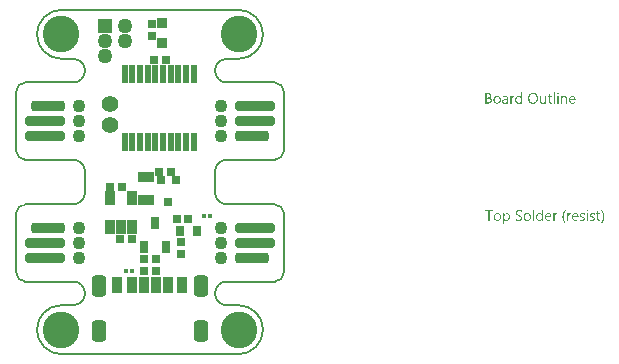
<source format=gts>
G04*
G04 #@! TF.GenerationSoftware,Altium Limited,Altium Designer,21.3.1 (25)*
G04*
G04 Layer_Color=8388736*
%FSAX25Y25*%
%MOIN*%
G70*
G04*
G04 #@! TF.SameCoordinates,F5ED4B0F-9D4D-4CB6-A318-13B1BB274F9C*
G04*
G04*
G04 #@! TF.FilePolarity,Negative*
G04*
G01*
G75*
%ADD11C,0.00787*%
G04:AMPARAMS|DCode=25|XSize=35.43mil|YSize=135.83mil|CornerRadius=13.82mil|HoleSize=0mil|Usage=FLASHONLY|Rotation=90.000|XOffset=0mil|YOffset=0mil|HoleType=Round|Shape=RoundedRectangle|*
%AMROUNDEDRECTD25*
21,1,0.03543,0.10819,0,0,90.0*
21,1,0.00780,0.13583,0,0,90.0*
1,1,0.02764,0.05409,0.00390*
1,1,0.02764,0.05409,-0.00390*
1,1,0.02764,-0.05409,-0.00390*
1,1,0.02764,-0.05409,0.00390*
%
%ADD25ROUNDEDRECTD25*%
G04:AMPARAMS|DCode=26|XSize=35.43mil|YSize=116.14mil|CornerRadius=13.82mil|HoleSize=0mil|Usage=FLASHONLY|Rotation=90.000|XOffset=0mil|YOffset=0mil|HoleType=Round|Shape=RoundedRectangle|*
%AMROUNDEDRECTD26*
21,1,0.03543,0.08850,0,0,90.0*
21,1,0.00780,0.11614,0,0,90.0*
1,1,0.02764,0.04425,0.00390*
1,1,0.02764,0.04425,-0.00390*
1,1,0.02764,-0.04425,-0.00390*
1,1,0.02764,-0.04425,0.00390*
%
%ADD26ROUNDEDRECTD26*%
%ADD31R,0.05709X0.03347*%
%ADD32R,0.02953X0.02756*%
%ADD33R,0.02559X0.02756*%
%ADD34R,0.03740X0.03740*%
%ADD35R,0.03740X0.05315*%
%ADD36R,0.03583X0.05315*%
%ADD37R,0.03347X0.05315*%
%ADD38R,0.03347X0.04528*%
%ADD39R,0.02953X0.04134*%
%ADD40R,0.02165X0.05906*%
%ADD41R,0.01181X0.01575*%
%ADD42C,0.05591*%
%ADD43R,0.02756X0.02559*%
%ADD44R,0.02559X0.02756*%
%ADD45R,0.02953X0.03740*%
%ADD46R,0.02756X0.02559*%
%ADD47C,0.04961*%
%ADD48R,0.04961X0.04961*%
G04:AMPARAMS|DCode=49|XSize=49.21mil|YSize=72.84mil|CornerRadius=13.78mil|HoleSize=0mil|Usage=FLASHONLY|Rotation=0.000|XOffset=0mil|YOffset=0mil|HoleType=Round|Shape=RoundedRectangle|*
%AMROUNDEDRECTD49*
21,1,0.04921,0.04528,0,0,0.0*
21,1,0.02165,0.07284,0,0,0.0*
1,1,0.02756,0.01083,-0.02264*
1,1,0.02756,-0.01083,-0.02264*
1,1,0.02756,-0.01083,0.02264*
1,1,0.02756,0.01083,0.02264*
%
%ADD49ROUNDEDRECTD49*%
%ADD50C,0.00591*%
%ADD51C,0.04331*%
%ADD52C,0.12205*%
G36*
X0136020Y0087185D02*
X0136045D01*
X0136101Y0087160D01*
X0136132Y0087141D01*
X0136162Y0087117D01*
X0136169Y0087111D01*
X0136175Y0087104D01*
X0136206Y0087067D01*
X0136231Y0087005D01*
X0136237Y0086968D01*
X0136243Y0086931D01*
Y0086925D01*
Y0086912D01*
X0136237Y0086894D01*
X0136231Y0086869D01*
X0136212Y0086807D01*
X0136187Y0086776D01*
X0136162Y0086745D01*
X0136156D01*
X0136150Y0086733D01*
X0136113Y0086708D01*
X0136057Y0086683D01*
X0136020Y0086677D01*
X0135983Y0086671D01*
X0135964D01*
X0135946Y0086677D01*
X0135921D01*
X0135859Y0086702D01*
X0135828Y0086714D01*
X0135797Y0086739D01*
Y0086745D01*
X0135785Y0086752D01*
X0135773Y0086770D01*
X0135760Y0086789D01*
X0135735Y0086851D01*
X0135729Y0086888D01*
X0135723Y0086931D01*
Y0086937D01*
Y0086949D01*
X0135729Y0086968D01*
X0135735Y0086999D01*
X0135754Y0087055D01*
X0135773Y0087086D01*
X0135797Y0087117D01*
X0135803Y0087123D01*
X0135810Y0087129D01*
X0135847Y0087154D01*
X0135909Y0087179D01*
X0135946Y0087191D01*
X0136002D01*
X0136020Y0087185D01*
D02*
G37*
G36*
X0124030Y0083520D02*
X0123628D01*
Y0083941D01*
X0123615D01*
Y0083935D01*
X0123603Y0083923D01*
X0123584Y0083898D01*
X0123566Y0083867D01*
X0123535Y0083830D01*
X0123498Y0083793D01*
X0123454Y0083749D01*
X0123405Y0083706D01*
X0123349Y0083657D01*
X0123281Y0083613D01*
X0123213Y0083576D01*
X0123133Y0083539D01*
X0123052Y0083508D01*
X0122959Y0083483D01*
X0122860Y0083471D01*
X0122755Y0083465D01*
X0122712D01*
X0122675Y0083471D01*
X0122637Y0083477D01*
X0122588Y0083483D01*
X0122483Y0083508D01*
X0122359Y0083545D01*
X0122235Y0083607D01*
X0122167Y0083644D01*
X0122111Y0083687D01*
X0122049Y0083743D01*
X0121994Y0083799D01*
Y0083805D01*
X0121981Y0083817D01*
X0121969Y0083836D01*
X0121950Y0083861D01*
X0121932Y0083892D01*
X0121907Y0083935D01*
X0121882Y0083985D01*
X0121857Y0084040D01*
X0121826Y0084102D01*
X0121802Y0084170D01*
X0121777Y0084245D01*
X0121758Y0084325D01*
X0121740Y0084412D01*
X0121727Y0084511D01*
X0121721Y0084610D01*
X0121715Y0084715D01*
Y0084721D01*
Y0084740D01*
Y0084777D01*
X0121721Y0084820D01*
X0121727Y0084870D01*
X0121734Y0084932D01*
X0121740Y0085000D01*
X0121752Y0085074D01*
X0121789Y0085235D01*
X0121845Y0085402D01*
X0121882Y0085483D01*
X0121925Y0085563D01*
X0121969Y0085637D01*
X0122025Y0085711D01*
X0122031Y0085718D01*
X0122037Y0085730D01*
X0122055Y0085749D01*
X0122080Y0085773D01*
X0122111Y0085798D01*
X0122154Y0085829D01*
X0122198Y0085866D01*
X0122247Y0085903D01*
X0122371Y0085971D01*
X0122513Y0086033D01*
X0122594Y0086052D01*
X0122681Y0086071D01*
X0122767Y0086083D01*
X0122866Y0086089D01*
X0122916D01*
X0122953Y0086083D01*
X0122990Y0086077D01*
X0123040Y0086071D01*
X0123151Y0086040D01*
X0123275Y0085990D01*
X0123337Y0085959D01*
X0123399Y0085916D01*
X0123461Y0085873D01*
X0123516Y0085817D01*
X0123566Y0085755D01*
X0123615Y0085681D01*
X0123628D01*
Y0087240D01*
X0124030D01*
Y0083520D01*
D02*
G37*
G36*
X0138298Y0086083D02*
X0138372Y0086077D01*
X0138465Y0086058D01*
X0138564Y0086027D01*
X0138669Y0085978D01*
X0138775Y0085910D01*
X0138818Y0085873D01*
X0138861Y0085823D01*
X0138874Y0085811D01*
X0138899Y0085773D01*
X0138929Y0085711D01*
X0138973Y0085625D01*
X0139010Y0085520D01*
X0139047Y0085390D01*
X0139072Y0085235D01*
X0139078Y0085055D01*
Y0083520D01*
X0138676D01*
Y0084950D01*
Y0084956D01*
Y0084987D01*
X0138669Y0085024D01*
Y0085074D01*
X0138657Y0085136D01*
X0138645Y0085204D01*
X0138626Y0085278D01*
X0138601Y0085352D01*
X0138570Y0085427D01*
X0138533Y0085495D01*
X0138484Y0085563D01*
X0138428Y0085625D01*
X0138366Y0085674D01*
X0138286Y0085711D01*
X0138199Y0085742D01*
X0138094Y0085749D01*
X0138081D01*
X0138044Y0085742D01*
X0137988Y0085736D01*
X0137920Y0085718D01*
X0137840Y0085693D01*
X0137753Y0085650D01*
X0137673Y0085594D01*
X0137592Y0085520D01*
X0137586Y0085507D01*
X0137561Y0085483D01*
X0137531Y0085433D01*
X0137493Y0085365D01*
X0137456Y0085284D01*
X0137425Y0085185D01*
X0137400Y0085074D01*
X0137394Y0084950D01*
Y0083520D01*
X0136992D01*
Y0086033D01*
X0137394D01*
Y0085612D01*
X0137407D01*
X0137413Y0085619D01*
X0137419Y0085631D01*
X0137438Y0085656D01*
X0137462Y0085687D01*
X0137487Y0085724D01*
X0137524Y0085761D01*
X0137568Y0085804D01*
X0137617Y0085854D01*
X0137673Y0085897D01*
X0137735Y0085941D01*
X0137803Y0085978D01*
X0137877Y0086015D01*
X0137951Y0086046D01*
X0138038Y0086071D01*
X0138131Y0086083D01*
X0138230Y0086089D01*
X0138267D01*
X0138298Y0086083D01*
D02*
G37*
G36*
X0121300Y0086071D02*
X0121375Y0086064D01*
X0121418Y0086052D01*
X0121449Y0086040D01*
Y0085625D01*
X0121443Y0085631D01*
X0121430Y0085637D01*
X0121405Y0085650D01*
X0121375Y0085668D01*
X0121331Y0085681D01*
X0121275Y0085693D01*
X0121214Y0085699D01*
X0121145Y0085705D01*
X0121133D01*
X0121102Y0085699D01*
X0121053Y0085693D01*
X0120997Y0085674D01*
X0120923Y0085644D01*
X0120855Y0085600D01*
X0120780Y0085538D01*
X0120712Y0085458D01*
X0120706Y0085445D01*
X0120687Y0085414D01*
X0120657Y0085359D01*
X0120626Y0085284D01*
X0120595Y0085192D01*
X0120564Y0085074D01*
X0120545Y0084944D01*
X0120539Y0084795D01*
Y0083520D01*
X0120137D01*
Y0086033D01*
X0120539D01*
Y0085514D01*
X0120551D01*
Y0085520D01*
X0120557Y0085526D01*
X0120570Y0085557D01*
X0120588Y0085606D01*
X0120619Y0085668D01*
X0120650Y0085730D01*
X0120700Y0085798D01*
X0120749Y0085866D01*
X0120811Y0085928D01*
X0120817Y0085934D01*
X0120842Y0085953D01*
X0120879Y0085978D01*
X0120929Y0086002D01*
X0120985Y0086027D01*
X0121053Y0086052D01*
X0121127Y0086071D01*
X0121207Y0086077D01*
X0121263D01*
X0121300Y0086071D01*
D02*
G37*
G36*
X0132040Y0083520D02*
X0131638D01*
Y0083916D01*
X0131625D01*
Y0083910D01*
X0131613Y0083898D01*
X0131600Y0083873D01*
X0131576Y0083848D01*
X0131520Y0083774D01*
X0131433Y0083694D01*
X0131384Y0083650D01*
X0131328Y0083607D01*
X0131266Y0083570D01*
X0131192Y0083533D01*
X0131118Y0083508D01*
X0131037Y0083483D01*
X0130944Y0083471D01*
X0130851Y0083465D01*
X0130814D01*
X0130771Y0083471D01*
X0130709Y0083483D01*
X0130641Y0083495D01*
X0130567Y0083520D01*
X0130486Y0083551D01*
X0130406Y0083601D01*
X0130319Y0083657D01*
X0130239Y0083725D01*
X0130164Y0083811D01*
X0130096Y0083916D01*
X0130034Y0084034D01*
X0129991Y0084176D01*
X0129966Y0084344D01*
X0129954Y0084430D01*
Y0084529D01*
Y0086033D01*
X0130350D01*
Y0084591D01*
Y0084585D01*
Y0084560D01*
X0130356Y0084517D01*
X0130362Y0084467D01*
X0130369Y0084405D01*
X0130381Y0084344D01*
X0130400Y0084269D01*
X0130424Y0084195D01*
X0130462Y0084121D01*
X0130499Y0084053D01*
X0130548Y0083985D01*
X0130610Y0083923D01*
X0130678Y0083873D01*
X0130759Y0083836D01*
X0130858Y0083805D01*
X0130963Y0083799D01*
X0130975D01*
X0131012Y0083805D01*
X0131068Y0083811D01*
X0131130Y0083824D01*
X0131210Y0083855D01*
X0131291Y0083892D01*
X0131371Y0083941D01*
X0131446Y0084016D01*
X0131452Y0084028D01*
X0131477Y0084053D01*
X0131508Y0084102D01*
X0131545Y0084170D01*
X0131576Y0084251D01*
X0131607Y0084350D01*
X0131631Y0084461D01*
X0131638Y0084585D01*
Y0086033D01*
X0132040D01*
Y0083520D01*
D02*
G37*
G36*
X0136175D02*
X0135773D01*
Y0086033D01*
X0136175D01*
Y0083520D01*
D02*
G37*
G36*
X0134955D02*
X0134553D01*
Y0087240D01*
X0134955D01*
Y0083520D01*
D02*
G37*
G36*
X0118577Y0086083D02*
X0118632Y0086077D01*
X0118701Y0086058D01*
X0118775Y0086040D01*
X0118855Y0086009D01*
X0118942Y0085971D01*
X0119022Y0085922D01*
X0119103Y0085860D01*
X0119177Y0085786D01*
X0119245Y0085693D01*
X0119301Y0085588D01*
X0119344Y0085464D01*
X0119369Y0085322D01*
X0119381Y0085154D01*
Y0083520D01*
X0118979D01*
Y0083910D01*
X0118967D01*
Y0083904D01*
X0118954Y0083892D01*
X0118942Y0083867D01*
X0118917Y0083842D01*
X0118855Y0083768D01*
X0118775Y0083687D01*
X0118663Y0083607D01*
X0118533Y0083533D01*
X0118453Y0083508D01*
X0118372Y0083483D01*
X0118286Y0083471D01*
X0118193Y0083465D01*
X0118156D01*
X0118131Y0083471D01*
X0118063Y0083477D01*
X0117982Y0083489D01*
X0117883Y0083514D01*
X0117791Y0083545D01*
X0117692Y0083595D01*
X0117605Y0083657D01*
X0117599Y0083669D01*
X0117574Y0083694D01*
X0117537Y0083737D01*
X0117500Y0083799D01*
X0117463Y0083873D01*
X0117425Y0083960D01*
X0117401Y0084065D01*
X0117394Y0084183D01*
Y0084189D01*
Y0084214D01*
X0117401Y0084251D01*
X0117407Y0084294D01*
X0117419Y0084350D01*
X0117438Y0084412D01*
X0117463Y0084480D01*
X0117500Y0084548D01*
X0117543Y0084622D01*
X0117599Y0084696D01*
X0117667Y0084764D01*
X0117747Y0084826D01*
X0117840Y0084888D01*
X0117952Y0084938D01*
X0118075Y0084975D01*
X0118224Y0085006D01*
X0118979Y0085111D01*
Y0085117D01*
Y0085136D01*
X0118973Y0085173D01*
Y0085210D01*
X0118960Y0085260D01*
X0118954Y0085315D01*
X0118917Y0085433D01*
X0118886Y0085489D01*
X0118855Y0085544D01*
X0118812Y0085600D01*
X0118762Y0085650D01*
X0118701Y0085693D01*
X0118632Y0085724D01*
X0118552Y0085742D01*
X0118459Y0085749D01*
X0118416D01*
X0118385Y0085742D01*
X0118342D01*
X0118298Y0085730D01*
X0118187Y0085711D01*
X0118063Y0085674D01*
X0117927Y0085619D01*
X0117852Y0085582D01*
X0117784Y0085544D01*
X0117710Y0085495D01*
X0117642Y0085439D01*
Y0085854D01*
X0117648D01*
X0117661Y0085866D01*
X0117679Y0085879D01*
X0117710Y0085891D01*
X0117741Y0085910D01*
X0117784Y0085928D01*
X0117834Y0085947D01*
X0117890Y0085971D01*
X0118013Y0086015D01*
X0118162Y0086052D01*
X0118323Y0086077D01*
X0118496Y0086089D01*
X0118533D01*
X0118577Y0086083D01*
D02*
G37*
G36*
X0112888Y0087030D02*
X0112931D01*
X0112975Y0087024D01*
X0113074Y0087011D01*
X0113191Y0086980D01*
X0113315Y0086943D01*
X0113433Y0086888D01*
X0113538Y0086813D01*
X0113544D01*
X0113550Y0086801D01*
X0113581Y0086776D01*
X0113625Y0086727D01*
X0113674Y0086659D01*
X0113717Y0086572D01*
X0113761Y0086473D01*
X0113792Y0086361D01*
X0113804Y0086300D01*
Y0086231D01*
Y0086225D01*
Y0086219D01*
Y0086182D01*
X0113798Y0086126D01*
X0113786Y0086058D01*
X0113767Y0085971D01*
X0113736Y0085885D01*
X0113699Y0085798D01*
X0113643Y0085711D01*
X0113637Y0085699D01*
X0113612Y0085674D01*
X0113575Y0085637D01*
X0113526Y0085588D01*
X0113464Y0085538D01*
X0113390Y0085483D01*
X0113297Y0085439D01*
X0113198Y0085396D01*
Y0085390D01*
X0113216D01*
X0113235Y0085383D01*
X0113253Y0085377D01*
X0113321Y0085365D01*
X0113402Y0085340D01*
X0113488Y0085303D01*
X0113581Y0085260D01*
X0113674Y0085198D01*
X0113761Y0085117D01*
X0113773Y0085105D01*
X0113798Y0085074D01*
X0113829Y0085031D01*
X0113872Y0084963D01*
X0113909Y0084876D01*
X0113947Y0084777D01*
X0113971Y0084659D01*
X0113978Y0084529D01*
Y0084523D01*
Y0084511D01*
Y0084486D01*
X0113971Y0084455D01*
X0113965Y0084418D01*
X0113959Y0084374D01*
X0113934Y0084269D01*
X0113897Y0084152D01*
X0113841Y0084028D01*
X0113804Y0083972D01*
X0113761Y0083910D01*
X0113705Y0083855D01*
X0113649Y0083799D01*
X0113643D01*
X0113637Y0083786D01*
X0113619Y0083774D01*
X0113594Y0083755D01*
X0113563Y0083737D01*
X0113520Y0083712D01*
X0113427Y0083663D01*
X0113309Y0083607D01*
X0113173Y0083564D01*
X0113012Y0083533D01*
X0112931Y0083526D01*
X0112839Y0083520D01*
X0111811D01*
Y0087036D01*
X0112857D01*
X0112888Y0087030D01*
D02*
G37*
G36*
X0133383Y0086033D02*
X0134021D01*
Y0085687D01*
X0133383D01*
Y0084269D01*
Y0084257D01*
Y0084226D01*
X0133389Y0084183D01*
X0133396Y0084127D01*
X0133420Y0084009D01*
X0133439Y0083954D01*
X0133470Y0083910D01*
X0133476Y0083904D01*
X0133488Y0083892D01*
X0133507Y0083879D01*
X0133538Y0083861D01*
X0133575Y0083836D01*
X0133625Y0083824D01*
X0133686Y0083811D01*
X0133755Y0083805D01*
X0133779D01*
X0133810Y0083811D01*
X0133847Y0083817D01*
X0133934Y0083842D01*
X0133977Y0083861D01*
X0134021Y0083886D01*
Y0083539D01*
X0134015D01*
X0133996Y0083526D01*
X0133965Y0083520D01*
X0133922Y0083508D01*
X0133866Y0083495D01*
X0133804Y0083483D01*
X0133730Y0083477D01*
X0133643Y0083471D01*
X0133612D01*
X0133581Y0083477D01*
X0133538Y0083483D01*
X0133488Y0083495D01*
X0133433Y0083508D01*
X0133377Y0083533D01*
X0133315Y0083564D01*
X0133253Y0083601D01*
X0133191Y0083650D01*
X0133136Y0083706D01*
X0133086Y0083780D01*
X0133043Y0083861D01*
X0133012Y0083960D01*
X0132987Y0084071D01*
X0132981Y0084201D01*
Y0085687D01*
X0132554D01*
Y0086033D01*
X0132981D01*
Y0086646D01*
X0133383Y0086776D01*
Y0086033D01*
D02*
G37*
G36*
X0140910Y0086083D02*
X0140954Y0086077D01*
X0140997Y0086071D01*
X0141108Y0086052D01*
X0141232Y0086009D01*
X0141356Y0085953D01*
X0141418Y0085916D01*
X0141480Y0085873D01*
X0141535Y0085823D01*
X0141591Y0085767D01*
X0141597Y0085761D01*
X0141604Y0085755D01*
X0141616Y0085736D01*
X0141634Y0085711D01*
X0141653Y0085674D01*
X0141678Y0085637D01*
X0141702Y0085594D01*
X0141727Y0085538D01*
X0141752Y0085476D01*
X0141777Y0085414D01*
X0141802Y0085340D01*
X0141820Y0085260D01*
X0141839Y0085173D01*
X0141851Y0085086D01*
X0141864Y0084987D01*
Y0084882D01*
Y0084672D01*
X0140087D01*
Y0084665D01*
Y0084653D01*
Y0084635D01*
X0140093Y0084604D01*
X0140099Y0084566D01*
Y0084529D01*
X0140118Y0084430D01*
X0140149Y0084331D01*
X0140186Y0084220D01*
X0140242Y0084114D01*
X0140310Y0084022D01*
X0140322Y0084009D01*
X0140347Y0083985D01*
X0140396Y0083954D01*
X0140464Y0083910D01*
X0140551Y0083867D01*
X0140650Y0083836D01*
X0140768Y0083811D01*
X0140904Y0083799D01*
X0140947D01*
X0140978Y0083805D01*
X0141015D01*
X0141059Y0083811D01*
X0141164Y0083836D01*
X0141282Y0083867D01*
X0141412Y0083916D01*
X0141548Y0083985D01*
X0141616Y0084028D01*
X0141684Y0084077D01*
Y0083700D01*
X0141678D01*
X0141672Y0083687D01*
X0141653Y0083681D01*
X0141622Y0083663D01*
X0141591Y0083644D01*
X0141554Y0083626D01*
X0141504Y0083607D01*
X0141455Y0083582D01*
X0141393Y0083557D01*
X0141325Y0083539D01*
X0141176Y0083502D01*
X0141003Y0083477D01*
X0140811Y0083465D01*
X0140762D01*
X0140725Y0083471D01*
X0140681Y0083477D01*
X0140626Y0083483D01*
X0140508Y0083508D01*
X0140372Y0083545D01*
X0140235Y0083607D01*
X0140167Y0083650D01*
X0140099Y0083694D01*
X0140037Y0083743D01*
X0139976Y0083805D01*
X0139969Y0083811D01*
X0139963Y0083824D01*
X0139951Y0083842D01*
X0139926Y0083867D01*
X0139907Y0083904D01*
X0139883Y0083947D01*
X0139852Y0083997D01*
X0139827Y0084053D01*
X0139796Y0084114D01*
X0139771Y0084189D01*
X0139740Y0084269D01*
X0139722Y0084356D01*
X0139703Y0084449D01*
X0139685Y0084548D01*
X0139678Y0084653D01*
X0139672Y0084764D01*
Y0084771D01*
Y0084789D01*
Y0084820D01*
X0139678Y0084864D01*
X0139685Y0084913D01*
X0139691Y0084969D01*
X0139697Y0085037D01*
X0139716Y0085105D01*
X0139753Y0085254D01*
X0139808Y0085414D01*
X0139846Y0085495D01*
X0139895Y0085569D01*
X0139945Y0085650D01*
X0140000Y0085718D01*
X0140006Y0085724D01*
X0140019Y0085736D01*
X0140037Y0085755D01*
X0140062Y0085773D01*
X0140093Y0085804D01*
X0140130Y0085835D01*
X0140180Y0085866D01*
X0140229Y0085903D01*
X0140347Y0085971D01*
X0140489Y0086033D01*
X0140570Y0086052D01*
X0140650Y0086071D01*
X0140737Y0086083D01*
X0140830Y0086089D01*
X0140879D01*
X0140910Y0086083D01*
D02*
G37*
G36*
X0127868Y0087092D02*
X0127930Y0087086D01*
X0128004Y0087073D01*
X0128085Y0087055D01*
X0128171Y0087036D01*
X0128258Y0087011D01*
X0128357Y0086980D01*
X0128450Y0086937D01*
X0128549Y0086888D01*
X0128648Y0086832D01*
X0128741Y0086764D01*
X0128833Y0086690D01*
X0128920Y0086603D01*
X0128926Y0086597D01*
X0128939Y0086578D01*
X0128963Y0086553D01*
X0128988Y0086516D01*
X0129025Y0086467D01*
X0129063Y0086405D01*
X0129100Y0086337D01*
X0129143Y0086263D01*
X0129186Y0086170D01*
X0129224Y0086077D01*
X0129261Y0085971D01*
X0129298Y0085854D01*
X0129323Y0085736D01*
X0129347Y0085606D01*
X0129360Y0085464D01*
X0129366Y0085322D01*
Y0085309D01*
Y0085284D01*
Y0085241D01*
X0129360Y0085179D01*
X0129353Y0085105D01*
X0129341Y0085024D01*
X0129329Y0084932D01*
X0129310Y0084826D01*
X0129285Y0084721D01*
X0129254Y0084610D01*
X0129217Y0084498D01*
X0129174Y0084387D01*
X0129118Y0084269D01*
X0129056Y0084164D01*
X0128988Y0084059D01*
X0128908Y0083960D01*
X0128902Y0083954D01*
X0128889Y0083941D01*
X0128858Y0083916D01*
X0128827Y0083886D01*
X0128778Y0083842D01*
X0128722Y0083805D01*
X0128660Y0083755D01*
X0128586Y0083712D01*
X0128505Y0083669D01*
X0128413Y0083619D01*
X0128314Y0083582D01*
X0128202Y0083545D01*
X0128085Y0083508D01*
X0127961Y0083483D01*
X0127831Y0083471D01*
X0127688Y0083465D01*
X0127657D01*
X0127614Y0083471D01*
X0127565D01*
X0127503Y0083477D01*
X0127428Y0083489D01*
X0127348Y0083508D01*
X0127255Y0083526D01*
X0127162Y0083551D01*
X0127063Y0083582D01*
X0126964Y0083626D01*
X0126865Y0083669D01*
X0126766Y0083725D01*
X0126667Y0083793D01*
X0126574Y0083867D01*
X0126488Y0083954D01*
X0126481Y0083960D01*
X0126469Y0083978D01*
X0126444Y0084003D01*
X0126419Y0084040D01*
X0126382Y0084090D01*
X0126345Y0084152D01*
X0126308Y0084220D01*
X0126265Y0084300D01*
X0126221Y0084387D01*
X0126184Y0084480D01*
X0126147Y0084585D01*
X0126110Y0084703D01*
X0126085Y0084820D01*
X0126060Y0084950D01*
X0126048Y0085093D01*
X0126042Y0085235D01*
Y0085247D01*
Y0085272D01*
X0126048Y0085315D01*
Y0085377D01*
X0126054Y0085445D01*
X0126067Y0085532D01*
X0126079Y0085625D01*
X0126098Y0085724D01*
X0126122Y0085829D01*
X0126153Y0085941D01*
X0126190Y0086052D01*
X0126234Y0086163D01*
X0126289Y0086275D01*
X0126351Y0086386D01*
X0126419Y0086492D01*
X0126500Y0086590D01*
X0126506Y0086597D01*
X0126518Y0086615D01*
X0126549Y0086640D01*
X0126587Y0086671D01*
X0126630Y0086708D01*
X0126686Y0086752D01*
X0126754Y0086795D01*
X0126828Y0086844D01*
X0126915Y0086894D01*
X0127007Y0086937D01*
X0127106Y0086980D01*
X0127218Y0087018D01*
X0127342Y0087049D01*
X0127472Y0087080D01*
X0127608Y0087092D01*
X0127750Y0087098D01*
X0127818D01*
X0127868Y0087092D01*
D02*
G37*
G36*
X0115841Y0086083D02*
X0115884Y0086077D01*
X0115940Y0086071D01*
X0116064Y0086046D01*
X0116206Y0086002D01*
X0116348Y0085941D01*
X0116423Y0085903D01*
X0116491Y0085860D01*
X0116559Y0085804D01*
X0116621Y0085742D01*
X0116627Y0085736D01*
X0116633Y0085724D01*
X0116652Y0085705D01*
X0116670Y0085681D01*
X0116695Y0085644D01*
X0116720Y0085600D01*
X0116751Y0085551D01*
X0116782Y0085495D01*
X0116806Y0085427D01*
X0116837Y0085359D01*
X0116862Y0085278D01*
X0116887Y0085192D01*
X0116905Y0085099D01*
X0116924Y0085000D01*
X0116930Y0084895D01*
X0116936Y0084783D01*
Y0084777D01*
Y0084758D01*
Y0084727D01*
X0116930Y0084684D01*
X0116924Y0084635D01*
X0116918Y0084573D01*
X0116905Y0084511D01*
X0116893Y0084436D01*
X0116856Y0084288D01*
X0116794Y0084127D01*
X0116757Y0084046D01*
X0116707Y0083966D01*
X0116658Y0083892D01*
X0116596Y0083824D01*
X0116590Y0083817D01*
X0116577Y0083811D01*
X0116559Y0083793D01*
X0116534Y0083768D01*
X0116497Y0083743D01*
X0116460Y0083712D01*
X0116410Y0083675D01*
X0116355Y0083644D01*
X0116293Y0083613D01*
X0116225Y0083576D01*
X0116150Y0083545D01*
X0116070Y0083520D01*
X0115983Y0083495D01*
X0115890Y0083483D01*
X0115791Y0083471D01*
X0115686Y0083465D01*
X0115630D01*
X0115593Y0083471D01*
X0115550Y0083477D01*
X0115494Y0083483D01*
X0115432Y0083495D01*
X0115364Y0083508D01*
X0115222Y0083551D01*
X0115073Y0083613D01*
X0114999Y0083650D01*
X0114931Y0083700D01*
X0114863Y0083749D01*
X0114795Y0083811D01*
X0114788Y0083817D01*
X0114782Y0083830D01*
X0114764Y0083848D01*
X0114745Y0083873D01*
X0114720Y0083910D01*
X0114689Y0083954D01*
X0114658Y0084003D01*
X0114634Y0084059D01*
X0114603Y0084127D01*
X0114572Y0084195D01*
X0114541Y0084269D01*
X0114516Y0084356D01*
X0114479Y0084542D01*
X0114473Y0084641D01*
X0114467Y0084746D01*
Y0084752D01*
Y0084777D01*
Y0084808D01*
X0114473Y0084851D01*
X0114479Y0084901D01*
X0114485Y0084963D01*
X0114497Y0085031D01*
X0114510Y0085105D01*
X0114547Y0085266D01*
X0114609Y0085427D01*
X0114652Y0085507D01*
X0114696Y0085588D01*
X0114745Y0085662D01*
X0114807Y0085730D01*
X0114813Y0085736D01*
X0114825Y0085749D01*
X0114844Y0085761D01*
X0114869Y0085786D01*
X0114906Y0085811D01*
X0114949Y0085842D01*
X0114999Y0085879D01*
X0115055Y0085910D01*
X0115117Y0085941D01*
X0115191Y0085978D01*
X0115265Y0086009D01*
X0115352Y0086033D01*
X0115438Y0086058D01*
X0115537Y0086077D01*
X0115643Y0086083D01*
X0115748Y0086089D01*
X0115804D01*
X0115841Y0086083D01*
D02*
G37*
G36*
X0145837Y0048123D02*
X0145862D01*
X0145918Y0048098D01*
X0145949Y0048080D01*
X0145980Y0048055D01*
X0145986Y0048049D01*
X0145992Y0048043D01*
X0146023Y0048005D01*
X0146048Y0047943D01*
X0146054Y0047906D01*
X0146060Y0047869D01*
Y0047863D01*
Y0047851D01*
X0146054Y0047832D01*
X0146048Y0047807D01*
X0146029Y0047745D01*
X0146005Y0047714D01*
X0145980Y0047683D01*
X0145974D01*
X0145967Y0047671D01*
X0145930Y0047646D01*
X0145875Y0047622D01*
X0145837Y0047615D01*
X0145800Y0047609D01*
X0145782D01*
X0145763Y0047615D01*
X0145738D01*
X0145677Y0047640D01*
X0145646Y0047653D01*
X0145615Y0047677D01*
Y0047683D01*
X0145602Y0047690D01*
X0145590Y0047708D01*
X0145578Y0047727D01*
X0145553Y0047789D01*
X0145546Y0047826D01*
X0145540Y0047869D01*
Y0047875D01*
Y0047888D01*
X0145546Y0047906D01*
X0145553Y0047937D01*
X0145571Y0047993D01*
X0145590Y0048024D01*
X0145615Y0048055D01*
X0145621Y0048061D01*
X0145627Y0048067D01*
X0145664Y0048092D01*
X0145726Y0048117D01*
X0145763Y0048129D01*
X0145819D01*
X0145837Y0048123D01*
D02*
G37*
G36*
X0123269Y0048030D02*
X0123318D01*
X0123430Y0048018D01*
X0123553Y0048005D01*
X0123677Y0047980D01*
X0123795Y0047950D01*
X0123844Y0047931D01*
X0123894Y0047906D01*
Y0047442D01*
X0123888D01*
X0123881Y0047454D01*
X0123863Y0047461D01*
X0123838Y0047479D01*
X0123807Y0047491D01*
X0123770Y0047510D01*
X0123677Y0047553D01*
X0123566Y0047591D01*
X0123430Y0047628D01*
X0123269Y0047653D01*
X0123095Y0047659D01*
X0123046D01*
X0123009Y0047653D01*
X0122972D01*
X0122922Y0047646D01*
X0122823Y0047628D01*
X0122817D01*
X0122798Y0047622D01*
X0122774Y0047615D01*
X0122743Y0047609D01*
X0122668Y0047578D01*
X0122582Y0047541D01*
X0122575D01*
X0122563Y0047529D01*
X0122545Y0047516D01*
X0122520Y0047498D01*
X0122464Y0047442D01*
X0122408Y0047374D01*
Y0047368D01*
X0122396Y0047355D01*
X0122390Y0047337D01*
X0122377Y0047306D01*
X0122365Y0047269D01*
X0122359Y0047232D01*
X0122346Y0047133D01*
Y0047126D01*
Y0047108D01*
Y0047083D01*
X0122353Y0047052D01*
X0122365Y0046978D01*
X0122396Y0046897D01*
Y0046891D01*
X0122408Y0046879D01*
X0122415Y0046860D01*
X0122433Y0046835D01*
X0122483Y0046780D01*
X0122545Y0046718D01*
X0122551Y0046712D01*
X0122563Y0046705D01*
X0122582Y0046687D01*
X0122613Y0046668D01*
X0122650Y0046643D01*
X0122687Y0046619D01*
X0122786Y0046557D01*
X0122792Y0046551D01*
X0122811Y0046545D01*
X0122842Y0046526D01*
X0122879Y0046507D01*
X0122928Y0046483D01*
X0122984Y0046458D01*
X0123108Y0046396D01*
X0123114Y0046390D01*
X0123139Y0046377D01*
X0123176Y0046359D01*
X0123225Y0046334D01*
X0123281Y0046309D01*
X0123343Y0046272D01*
X0123467Y0046198D01*
X0123473Y0046192D01*
X0123498Y0046179D01*
X0123529Y0046161D01*
X0123572Y0046130D01*
X0123665Y0046055D01*
X0123764Y0045969D01*
X0123770Y0045963D01*
X0123789Y0045950D01*
X0123807Y0045919D01*
X0123838Y0045888D01*
X0123869Y0045845D01*
X0123906Y0045802D01*
X0123968Y0045690D01*
X0123974Y0045684D01*
X0123981Y0045665D01*
X0123993Y0045634D01*
X0124005Y0045591D01*
X0124018Y0045542D01*
X0124030Y0045480D01*
X0124042Y0045418D01*
Y0045344D01*
Y0045331D01*
Y0045300D01*
X0124036Y0045251D01*
X0124030Y0045189D01*
X0124018Y0045121D01*
X0123999Y0045046D01*
X0123974Y0044972D01*
X0123937Y0044904D01*
X0123931Y0044898D01*
X0123919Y0044873D01*
X0123894Y0044842D01*
X0123869Y0044799D01*
X0123826Y0044756D01*
X0123783Y0044706D01*
X0123727Y0044657D01*
X0123665Y0044607D01*
X0123659Y0044601D01*
X0123634Y0044588D01*
X0123597Y0044570D01*
X0123547Y0044545D01*
X0123492Y0044520D01*
X0123424Y0044496D01*
X0123343Y0044471D01*
X0123263Y0044452D01*
X0123250D01*
X0123225Y0044446D01*
X0123182Y0044440D01*
X0123120Y0044427D01*
X0123052Y0044421D01*
X0122972Y0044409D01*
X0122885Y0044403D01*
X0122736D01*
X0122668Y0044409D01*
X0122582Y0044415D01*
X0122563D01*
X0122538Y0044421D01*
X0122507Y0044427D01*
X0122427Y0044434D01*
X0122334Y0044452D01*
X0122328D01*
X0122309Y0044458D01*
X0122284Y0044465D01*
X0122254Y0044471D01*
X0122179Y0044489D01*
X0122093Y0044514D01*
X0122086D01*
X0122074Y0044520D01*
X0122055Y0044526D01*
X0122031Y0044539D01*
X0121969Y0044564D01*
X0121907Y0044601D01*
Y0045084D01*
X0121913Y0045077D01*
X0121925Y0045071D01*
X0121938Y0045059D01*
X0121963Y0045040D01*
X0122031Y0044997D01*
X0122111Y0044947D01*
X0122117D01*
X0122130Y0044941D01*
X0122154Y0044929D01*
X0122186Y0044916D01*
X0122266Y0044879D01*
X0122353Y0044848D01*
X0122359D01*
X0122377Y0044842D01*
X0122402Y0044836D01*
X0122433Y0044830D01*
X0122520Y0044805D01*
X0122613Y0044787D01*
X0122637D01*
X0122662Y0044780D01*
X0122693D01*
X0122767Y0044774D01*
X0122854Y0044768D01*
X0122916D01*
X0122984Y0044774D01*
X0123071Y0044787D01*
X0123163Y0044799D01*
X0123256Y0044824D01*
X0123343Y0044861D01*
X0123424Y0044904D01*
X0123430Y0044910D01*
X0123454Y0044929D01*
X0123485Y0044966D01*
X0123516Y0045009D01*
X0123553Y0045065D01*
X0123578Y0045139D01*
X0123603Y0045220D01*
X0123609Y0045313D01*
Y0045319D01*
Y0045337D01*
Y0045362D01*
X0123603Y0045399D01*
X0123584Y0045480D01*
X0123547Y0045560D01*
Y0045566D01*
X0123535Y0045579D01*
X0123522Y0045597D01*
X0123504Y0045622D01*
X0123448Y0045684D01*
X0123374Y0045752D01*
X0123368Y0045758D01*
X0123355Y0045771D01*
X0123331Y0045783D01*
X0123300Y0045808D01*
X0123263Y0045833D01*
X0123219Y0045864D01*
X0123114Y0045919D01*
X0123108Y0045926D01*
X0123089Y0045932D01*
X0123058Y0045950D01*
X0123015Y0045969D01*
X0122972Y0046000D01*
X0122916Y0046025D01*
X0122786Y0046093D01*
X0122780Y0046099D01*
X0122755Y0046111D01*
X0122718Y0046130D01*
X0122675Y0046148D01*
X0122625Y0046179D01*
X0122569Y0046210D01*
X0122445Y0046278D01*
X0122439Y0046284D01*
X0122421Y0046297D01*
X0122390Y0046315D01*
X0122353Y0046340D01*
X0122260Y0046408D01*
X0122167Y0046489D01*
X0122161Y0046495D01*
X0122148Y0046507D01*
X0122124Y0046532D01*
X0122099Y0046563D01*
X0122068Y0046606D01*
X0122037Y0046650D01*
X0121981Y0046749D01*
Y0046755D01*
X0121969Y0046773D01*
X0121963Y0046804D01*
X0121950Y0046848D01*
X0121938Y0046897D01*
X0121925Y0046959D01*
X0121919Y0047021D01*
X0121913Y0047095D01*
Y0047108D01*
Y0047139D01*
X0121919Y0047182D01*
X0121925Y0047238D01*
X0121938Y0047306D01*
X0121956Y0047374D01*
X0121981Y0047442D01*
X0122018Y0047510D01*
X0122025Y0047516D01*
X0122037Y0047541D01*
X0122062Y0047572D01*
X0122093Y0047615D01*
X0122130Y0047659D01*
X0122179Y0047708D01*
X0122235Y0047758D01*
X0122297Y0047801D01*
X0122303Y0047807D01*
X0122328Y0047820D01*
X0122365Y0047844D01*
X0122408Y0047869D01*
X0122470Y0047894D01*
X0122532Y0047925D01*
X0122606Y0047950D01*
X0122687Y0047974D01*
X0122699D01*
X0122724Y0047987D01*
X0122767Y0047993D01*
X0122829Y0048005D01*
X0122897Y0048018D01*
X0122972Y0048024D01*
X0123139Y0048036D01*
X0123225D01*
X0123269Y0048030D01*
D02*
G37*
G36*
X0131000Y0044458D02*
X0130598D01*
Y0044879D01*
X0130585D01*
Y0044873D01*
X0130573Y0044861D01*
X0130554Y0044836D01*
X0130536Y0044805D01*
X0130505Y0044768D01*
X0130468Y0044731D01*
X0130424Y0044688D01*
X0130375Y0044644D01*
X0130319Y0044595D01*
X0130251Y0044551D01*
X0130183Y0044514D01*
X0130103Y0044477D01*
X0130022Y0044446D01*
X0129929Y0044421D01*
X0129830Y0044409D01*
X0129725Y0044403D01*
X0129682D01*
X0129644Y0044409D01*
X0129607Y0044415D01*
X0129558Y0044421D01*
X0129453Y0044446D01*
X0129329Y0044483D01*
X0129205Y0044545D01*
X0129137Y0044582D01*
X0129081Y0044626D01*
X0129019Y0044681D01*
X0128963Y0044737D01*
Y0044743D01*
X0128951Y0044756D01*
X0128939Y0044774D01*
X0128920Y0044799D01*
X0128902Y0044830D01*
X0128877Y0044873D01*
X0128852Y0044923D01*
X0128827Y0044978D01*
X0128796Y0045040D01*
X0128772Y0045108D01*
X0128747Y0045183D01*
X0128728Y0045263D01*
X0128710Y0045350D01*
X0128697Y0045449D01*
X0128691Y0045548D01*
X0128685Y0045653D01*
Y0045659D01*
Y0045678D01*
Y0045715D01*
X0128691Y0045758D01*
X0128697Y0045808D01*
X0128703Y0045870D01*
X0128710Y0045938D01*
X0128722Y0046012D01*
X0128759Y0046173D01*
X0128815Y0046340D01*
X0128852Y0046421D01*
X0128895Y0046501D01*
X0128939Y0046575D01*
X0128995Y0046650D01*
X0129001Y0046656D01*
X0129007Y0046668D01*
X0129025Y0046687D01*
X0129050Y0046712D01*
X0129081Y0046736D01*
X0129124Y0046767D01*
X0129168Y0046804D01*
X0129217Y0046842D01*
X0129341Y0046910D01*
X0129483Y0046972D01*
X0129564Y0046990D01*
X0129651Y0047009D01*
X0129737Y0047021D01*
X0129836Y0047027D01*
X0129886D01*
X0129923Y0047021D01*
X0129960Y0047015D01*
X0130010Y0047009D01*
X0130121Y0046978D01*
X0130245Y0046928D01*
X0130307Y0046897D01*
X0130369Y0046854D01*
X0130430Y0046811D01*
X0130486Y0046755D01*
X0130536Y0046693D01*
X0130585Y0046619D01*
X0130598D01*
Y0048179D01*
X0131000D01*
Y0044458D01*
D02*
G37*
G36*
X0119053Y0047021D02*
X0119097Y0047015D01*
X0119140Y0047009D01*
X0119251Y0046984D01*
X0119375Y0046947D01*
X0119499Y0046885D01*
X0119561Y0046848D01*
X0119623Y0046798D01*
X0119678Y0046749D01*
X0119734Y0046687D01*
X0119740Y0046681D01*
X0119747Y0046674D01*
X0119759Y0046650D01*
X0119778Y0046625D01*
X0119796Y0046594D01*
X0119821Y0046551D01*
X0119846Y0046501D01*
X0119870Y0046452D01*
X0119895Y0046390D01*
X0119920Y0046322D01*
X0119945Y0046247D01*
X0119963Y0046167D01*
X0119994Y0045987D01*
X0120007Y0045888D01*
Y0045783D01*
Y0045777D01*
Y0045758D01*
Y0045721D01*
X0120000Y0045678D01*
Y0045628D01*
X0119988Y0045566D01*
X0119982Y0045498D01*
X0119969Y0045424D01*
X0119932Y0045263D01*
X0119877Y0045096D01*
X0119840Y0045015D01*
X0119802Y0044935D01*
X0119753Y0044855D01*
X0119697Y0044780D01*
X0119691Y0044774D01*
X0119685Y0044762D01*
X0119666Y0044743D01*
X0119641Y0044725D01*
X0119610Y0044694D01*
X0119573Y0044663D01*
X0119530Y0044626D01*
X0119480Y0044595D01*
X0119425Y0044557D01*
X0119363Y0044520D01*
X0119214Y0044465D01*
X0119134Y0044440D01*
X0119053Y0044421D01*
X0118960Y0044409D01*
X0118861Y0044403D01*
X0118812D01*
X0118781Y0044409D01*
X0118738Y0044415D01*
X0118694Y0044427D01*
X0118583Y0044452D01*
X0118465Y0044502D01*
X0118397Y0044539D01*
X0118335Y0044576D01*
X0118273Y0044626D01*
X0118218Y0044681D01*
X0118156Y0044743D01*
X0118106Y0044818D01*
X0118094D01*
Y0043307D01*
X0117692D01*
Y0046972D01*
X0118094D01*
Y0046526D01*
X0118106D01*
X0118112Y0046532D01*
X0118119Y0046551D01*
X0118137Y0046575D01*
X0118162Y0046606D01*
X0118193Y0046643D01*
X0118230Y0046687D01*
X0118273Y0046730D01*
X0118329Y0046780D01*
X0118385Y0046823D01*
X0118447Y0046866D01*
X0118521Y0046910D01*
X0118595Y0046947D01*
X0118682Y0046984D01*
X0118775Y0047009D01*
X0118868Y0047021D01*
X0118973Y0047027D01*
X0119022D01*
X0119053Y0047021D01*
D02*
G37*
G36*
X0147744D02*
X0147824Y0047015D01*
X0147911Y0047003D01*
X0148010Y0046978D01*
X0148109Y0046953D01*
X0148208Y0046916D01*
Y0046507D01*
X0148196Y0046514D01*
X0148159Y0046538D01*
X0148103Y0046563D01*
X0148029Y0046600D01*
X0147936Y0046631D01*
X0147824Y0046662D01*
X0147701Y0046681D01*
X0147571Y0046687D01*
X0147503D01*
X0147441Y0046674D01*
X0147366Y0046662D01*
X0147360D01*
X0147354Y0046656D01*
X0147317Y0046643D01*
X0147267Y0046619D01*
X0147212Y0046588D01*
X0147199Y0046582D01*
X0147175Y0046557D01*
X0147143Y0046520D01*
X0147113Y0046476D01*
X0147106Y0046464D01*
X0147094Y0046433D01*
X0147082Y0046390D01*
X0147075Y0046334D01*
Y0046328D01*
Y0046315D01*
Y0046297D01*
X0147082Y0046278D01*
X0147094Y0046223D01*
X0147113Y0046167D01*
X0147119Y0046154D01*
X0147137Y0046130D01*
X0147175Y0046093D01*
X0147218Y0046049D01*
X0147224D01*
X0147230Y0046043D01*
X0147267Y0046018D01*
X0147317Y0045987D01*
X0147385Y0045956D01*
X0147391D01*
X0147404Y0045950D01*
X0147422Y0045944D01*
X0147453Y0045932D01*
X0147521Y0045907D01*
X0147608Y0045870D01*
X0147614D01*
X0147639Y0045857D01*
X0147670Y0045845D01*
X0147707Y0045833D01*
X0147806Y0045789D01*
X0147905Y0045740D01*
X0147911D01*
X0147930Y0045727D01*
X0147954Y0045715D01*
X0147985Y0045696D01*
X0148060Y0045647D01*
X0148134Y0045585D01*
X0148140Y0045579D01*
X0148152Y0045573D01*
X0148165Y0045554D01*
X0148190Y0045529D01*
X0148233Y0045467D01*
X0148276Y0045387D01*
Y0045381D01*
X0148283Y0045368D01*
X0148295Y0045344D01*
X0148301Y0045313D01*
X0148313Y0045276D01*
X0148320Y0045232D01*
X0148326Y0045127D01*
Y0045121D01*
Y0045096D01*
X0148320Y0045059D01*
X0148313Y0045015D01*
X0148307Y0044966D01*
X0148289Y0044910D01*
X0148270Y0044861D01*
X0148239Y0044805D01*
X0148233Y0044799D01*
X0148227Y0044780D01*
X0148208Y0044756D01*
X0148184Y0044725D01*
X0148152Y0044688D01*
X0148115Y0044650D01*
X0148022Y0044576D01*
X0148016Y0044570D01*
X0147998Y0044564D01*
X0147973Y0044545D01*
X0147930Y0044526D01*
X0147886Y0044502D01*
X0147831Y0044483D01*
X0147775Y0044465D01*
X0147707Y0044446D01*
X0147701D01*
X0147676Y0044440D01*
X0147639Y0044434D01*
X0147595Y0044427D01*
X0147534Y0044415D01*
X0147472Y0044409D01*
X0147329Y0044403D01*
X0147267D01*
X0147193Y0044409D01*
X0147100Y0044421D01*
X0146995Y0044440D01*
X0146884Y0044465D01*
X0146772Y0044496D01*
X0146661Y0044545D01*
Y0044978D01*
X0146667D01*
X0146673Y0044966D01*
X0146692Y0044954D01*
X0146716Y0044941D01*
X0146784Y0044904D01*
X0146877Y0044861D01*
X0146983Y0044811D01*
X0147106Y0044774D01*
X0147243Y0044749D01*
X0147385Y0044737D01*
X0147434D01*
X0147465Y0044743D01*
X0147552Y0044756D01*
X0147651Y0044780D01*
X0147744Y0044824D01*
X0147787Y0044855D01*
X0147831Y0044886D01*
X0147862Y0044929D01*
X0147886Y0044972D01*
X0147905Y0045028D01*
X0147911Y0045090D01*
Y0045096D01*
Y0045108D01*
Y0045127D01*
X0147905Y0045145D01*
X0147892Y0045201D01*
X0147868Y0045257D01*
Y0045263D01*
X0147862Y0045269D01*
X0147837Y0045300D01*
X0147800Y0045344D01*
X0147744Y0045381D01*
X0147738D01*
X0147732Y0045393D01*
X0147695Y0045412D01*
X0147639Y0045449D01*
X0147564Y0045480D01*
X0147558D01*
X0147546Y0045486D01*
X0147527Y0045498D01*
X0147496Y0045511D01*
X0147428Y0045535D01*
X0147342Y0045573D01*
X0147335D01*
X0147311Y0045585D01*
X0147280Y0045597D01*
X0147243Y0045610D01*
X0147143Y0045653D01*
X0147045Y0045703D01*
X0147038Y0045709D01*
X0147026Y0045715D01*
X0147001Y0045727D01*
X0146970Y0045746D01*
X0146902Y0045796D01*
X0146834Y0045851D01*
X0146828Y0045857D01*
X0146822Y0045864D01*
X0146803Y0045882D01*
X0146784Y0045907D01*
X0146741Y0045969D01*
X0146704Y0046043D01*
Y0046049D01*
X0146698Y0046062D01*
X0146692Y0046086D01*
X0146686Y0046117D01*
X0146679Y0046154D01*
X0146673Y0046198D01*
X0146667Y0046303D01*
Y0046309D01*
Y0046334D01*
X0146673Y0046365D01*
X0146679Y0046408D01*
X0146686Y0046458D01*
X0146704Y0046507D01*
X0146723Y0046563D01*
X0146747Y0046613D01*
X0146754Y0046619D01*
X0146760Y0046637D01*
X0146778Y0046662D01*
X0146803Y0046693D01*
X0146871Y0046767D01*
X0146958Y0046842D01*
X0146964Y0046848D01*
X0146983Y0046854D01*
X0147007Y0046872D01*
X0147051Y0046891D01*
X0147094Y0046916D01*
X0147143Y0046941D01*
X0147267Y0046978D01*
X0147274D01*
X0147298Y0046984D01*
X0147329Y0046996D01*
X0147379Y0047003D01*
X0147428Y0047015D01*
X0147490Y0047021D01*
X0147626Y0047027D01*
X0147682D01*
X0147744Y0047021D01*
D02*
G37*
G36*
X0144389D02*
X0144469Y0047015D01*
X0144556Y0047003D01*
X0144655Y0046978D01*
X0144754Y0046953D01*
X0144853Y0046916D01*
Y0046507D01*
X0144841Y0046514D01*
X0144804Y0046538D01*
X0144748Y0046563D01*
X0144674Y0046600D01*
X0144581Y0046631D01*
X0144469Y0046662D01*
X0144346Y0046681D01*
X0144216Y0046687D01*
X0144148D01*
X0144086Y0046674D01*
X0144011Y0046662D01*
X0144005D01*
X0143999Y0046656D01*
X0143962Y0046643D01*
X0143912Y0046619D01*
X0143857Y0046588D01*
X0143844Y0046582D01*
X0143819Y0046557D01*
X0143789Y0046520D01*
X0143758Y0046476D01*
X0143751Y0046464D01*
X0143739Y0046433D01*
X0143727Y0046390D01*
X0143720Y0046334D01*
Y0046328D01*
Y0046315D01*
Y0046297D01*
X0143727Y0046278D01*
X0143739Y0046223D01*
X0143758Y0046167D01*
X0143764Y0046154D01*
X0143782Y0046130D01*
X0143819Y0046093D01*
X0143863Y0046049D01*
X0143869D01*
X0143875Y0046043D01*
X0143912Y0046018D01*
X0143962Y0045987D01*
X0144030Y0045956D01*
X0144036D01*
X0144049Y0045950D01*
X0144067Y0045944D01*
X0144098Y0045932D01*
X0144166Y0045907D01*
X0144253Y0045870D01*
X0144259D01*
X0144284Y0045857D01*
X0144315Y0045845D01*
X0144352Y0045833D01*
X0144451Y0045789D01*
X0144550Y0045740D01*
X0144556D01*
X0144575Y0045727D01*
X0144599Y0045715D01*
X0144630Y0045696D01*
X0144705Y0045647D01*
X0144779Y0045585D01*
X0144785Y0045579D01*
X0144798Y0045573D01*
X0144810Y0045554D01*
X0144835Y0045529D01*
X0144878Y0045467D01*
X0144921Y0045387D01*
Y0045381D01*
X0144928Y0045368D01*
X0144940Y0045344D01*
X0144946Y0045313D01*
X0144958Y0045276D01*
X0144965Y0045232D01*
X0144971Y0045127D01*
Y0045121D01*
Y0045096D01*
X0144965Y0045059D01*
X0144958Y0045015D01*
X0144952Y0044966D01*
X0144934Y0044910D01*
X0144915Y0044861D01*
X0144884Y0044805D01*
X0144878Y0044799D01*
X0144872Y0044780D01*
X0144853Y0044756D01*
X0144828Y0044725D01*
X0144798Y0044688D01*
X0144760Y0044650D01*
X0144667Y0044576D01*
X0144661Y0044570D01*
X0144643Y0044564D01*
X0144618Y0044545D01*
X0144575Y0044526D01*
X0144531Y0044502D01*
X0144476Y0044483D01*
X0144420Y0044465D01*
X0144352Y0044446D01*
X0144346D01*
X0144321Y0044440D01*
X0144284Y0044434D01*
X0144240Y0044427D01*
X0144178Y0044415D01*
X0144117Y0044409D01*
X0143974Y0044403D01*
X0143912D01*
X0143838Y0044409D01*
X0143745Y0044421D01*
X0143640Y0044440D01*
X0143529Y0044465D01*
X0143417Y0044496D01*
X0143306Y0044545D01*
Y0044978D01*
X0143312D01*
X0143318Y0044966D01*
X0143337Y0044954D01*
X0143361Y0044941D01*
X0143430Y0044904D01*
X0143522Y0044861D01*
X0143628Y0044811D01*
X0143751Y0044774D01*
X0143888Y0044749D01*
X0144030Y0044737D01*
X0144079D01*
X0144110Y0044743D01*
X0144197Y0044756D01*
X0144296Y0044780D01*
X0144389Y0044824D01*
X0144432Y0044855D01*
X0144476Y0044886D01*
X0144507Y0044929D01*
X0144531Y0044972D01*
X0144550Y0045028D01*
X0144556Y0045090D01*
Y0045096D01*
Y0045108D01*
Y0045127D01*
X0144550Y0045145D01*
X0144538Y0045201D01*
X0144513Y0045257D01*
Y0045263D01*
X0144507Y0045269D01*
X0144482Y0045300D01*
X0144445Y0045344D01*
X0144389Y0045381D01*
X0144383D01*
X0144377Y0045393D01*
X0144340Y0045412D01*
X0144284Y0045449D01*
X0144210Y0045480D01*
X0144203D01*
X0144191Y0045486D01*
X0144172Y0045498D01*
X0144141Y0045511D01*
X0144073Y0045535D01*
X0143987Y0045573D01*
X0143980D01*
X0143956Y0045585D01*
X0143925Y0045597D01*
X0143888Y0045610D01*
X0143789Y0045653D01*
X0143690Y0045703D01*
X0143683Y0045709D01*
X0143671Y0045715D01*
X0143646Y0045727D01*
X0143615Y0045746D01*
X0143547Y0045796D01*
X0143479Y0045851D01*
X0143473Y0045857D01*
X0143467Y0045864D01*
X0143448Y0045882D01*
X0143430Y0045907D01*
X0143386Y0045969D01*
X0143349Y0046043D01*
Y0046049D01*
X0143343Y0046062D01*
X0143337Y0046086D01*
X0143331Y0046117D01*
X0143324Y0046154D01*
X0143318Y0046198D01*
X0143312Y0046303D01*
Y0046309D01*
Y0046334D01*
X0143318Y0046365D01*
X0143324Y0046408D01*
X0143331Y0046458D01*
X0143349Y0046507D01*
X0143368Y0046563D01*
X0143392Y0046613D01*
X0143399Y0046619D01*
X0143405Y0046637D01*
X0143423Y0046662D01*
X0143448Y0046693D01*
X0143516Y0046767D01*
X0143603Y0046842D01*
X0143609Y0046848D01*
X0143628Y0046854D01*
X0143652Y0046872D01*
X0143696Y0046891D01*
X0143739Y0046916D01*
X0143789Y0046941D01*
X0143912Y0046978D01*
X0143919D01*
X0143943Y0046984D01*
X0143974Y0046996D01*
X0144024Y0047003D01*
X0144073Y0047015D01*
X0144135Y0047021D01*
X0144271Y0047027D01*
X0144327D01*
X0144389Y0047021D01*
D02*
G37*
G36*
X0140242Y0047009D02*
X0140316Y0047003D01*
X0140359Y0046990D01*
X0140390Y0046978D01*
Y0046563D01*
X0140384Y0046569D01*
X0140372Y0046575D01*
X0140347Y0046588D01*
X0140316Y0046606D01*
X0140273Y0046619D01*
X0140217Y0046631D01*
X0140155Y0046637D01*
X0140087Y0046643D01*
X0140075D01*
X0140044Y0046637D01*
X0139994Y0046631D01*
X0139938Y0046613D01*
X0139864Y0046582D01*
X0139796Y0046538D01*
X0139722Y0046476D01*
X0139654Y0046396D01*
X0139647Y0046384D01*
X0139629Y0046353D01*
X0139598Y0046297D01*
X0139567Y0046223D01*
X0139536Y0046130D01*
X0139505Y0046012D01*
X0139487Y0045882D01*
X0139480Y0045734D01*
Y0044458D01*
X0139078D01*
Y0046972D01*
X0139480D01*
Y0046452D01*
X0139493D01*
Y0046458D01*
X0139499Y0046464D01*
X0139511Y0046495D01*
X0139530Y0046545D01*
X0139561Y0046606D01*
X0139592Y0046668D01*
X0139641Y0046736D01*
X0139691Y0046804D01*
X0139753Y0046866D01*
X0139759Y0046872D01*
X0139784Y0046891D01*
X0139821Y0046916D01*
X0139870Y0046941D01*
X0139926Y0046965D01*
X0139994Y0046990D01*
X0140068Y0047009D01*
X0140149Y0047015D01*
X0140205D01*
X0140242Y0047009D01*
D02*
G37*
G36*
X0135605D02*
X0135680Y0047003D01*
X0135723Y0046990D01*
X0135754Y0046978D01*
Y0046563D01*
X0135748Y0046569D01*
X0135735Y0046575D01*
X0135711Y0046588D01*
X0135680Y0046606D01*
X0135636Y0046619D01*
X0135581Y0046631D01*
X0135519Y0046637D01*
X0135451Y0046643D01*
X0135438D01*
X0135407Y0046637D01*
X0135358Y0046631D01*
X0135302Y0046613D01*
X0135228Y0046582D01*
X0135160Y0046538D01*
X0135085Y0046476D01*
X0135017Y0046396D01*
X0135011Y0046384D01*
X0134993Y0046353D01*
X0134962Y0046297D01*
X0134931Y0046223D01*
X0134900Y0046130D01*
X0134869Y0046012D01*
X0134850Y0045882D01*
X0134844Y0045734D01*
Y0044458D01*
X0134442D01*
Y0046972D01*
X0134844D01*
Y0046452D01*
X0134856D01*
Y0046458D01*
X0134863Y0046464D01*
X0134875Y0046495D01*
X0134894Y0046545D01*
X0134924Y0046606D01*
X0134955Y0046668D01*
X0135005Y0046736D01*
X0135055Y0046804D01*
X0135116Y0046866D01*
X0135123Y0046872D01*
X0135147Y0046891D01*
X0135185Y0046916D01*
X0135234Y0046941D01*
X0135290Y0046965D01*
X0135358Y0046990D01*
X0135432Y0047009D01*
X0135512Y0047015D01*
X0135568D01*
X0135605Y0047009D01*
D02*
G37*
G36*
X0145992Y0044458D02*
X0145590D01*
Y0046972D01*
X0145992D01*
Y0044458D01*
D02*
G37*
G36*
X0128035D02*
X0127633D01*
Y0048179D01*
X0128035D01*
Y0044458D01*
D02*
G37*
G36*
X0114250Y0047603D02*
X0113235D01*
Y0044458D01*
X0112826D01*
Y0047603D01*
X0111811D01*
Y0047974D01*
X0114250D01*
Y0047603D01*
D02*
G37*
G36*
X0149477Y0046972D02*
X0150115D01*
Y0046625D01*
X0149477D01*
Y0045207D01*
Y0045195D01*
Y0045164D01*
X0149483Y0045121D01*
X0149490Y0045065D01*
X0149514Y0044947D01*
X0149533Y0044892D01*
X0149564Y0044848D01*
X0149570Y0044842D01*
X0149582Y0044830D01*
X0149601Y0044818D01*
X0149632Y0044799D01*
X0149669Y0044774D01*
X0149719Y0044762D01*
X0149780Y0044749D01*
X0149849Y0044743D01*
X0149873D01*
X0149904Y0044749D01*
X0149941Y0044756D01*
X0150028Y0044780D01*
X0150071Y0044799D01*
X0150115Y0044824D01*
Y0044477D01*
X0150109D01*
X0150090Y0044465D01*
X0150059Y0044458D01*
X0150016Y0044446D01*
X0149960Y0044434D01*
X0149898Y0044421D01*
X0149824Y0044415D01*
X0149737Y0044409D01*
X0149706D01*
X0149675Y0044415D01*
X0149632Y0044421D01*
X0149582Y0044434D01*
X0149527Y0044446D01*
X0149471Y0044471D01*
X0149409Y0044502D01*
X0149347Y0044539D01*
X0149285Y0044588D01*
X0149230Y0044644D01*
X0149180Y0044718D01*
X0149137Y0044799D01*
X0149106Y0044898D01*
X0149081Y0045009D01*
X0149075Y0045139D01*
Y0046625D01*
X0148648D01*
Y0046972D01*
X0149075D01*
Y0047584D01*
X0149477Y0047714D01*
Y0046972D01*
D02*
G37*
G36*
X0141894Y0047021D02*
X0141938Y0047015D01*
X0141981Y0047009D01*
X0142093Y0046990D01*
X0142216Y0046947D01*
X0142340Y0046891D01*
X0142402Y0046854D01*
X0142464Y0046811D01*
X0142520Y0046761D01*
X0142575Y0046705D01*
X0142581Y0046699D01*
X0142588Y0046693D01*
X0142600Y0046674D01*
X0142619Y0046650D01*
X0142637Y0046613D01*
X0142662Y0046575D01*
X0142687Y0046532D01*
X0142711Y0046476D01*
X0142736Y0046415D01*
X0142761Y0046353D01*
X0142786Y0046278D01*
X0142804Y0046198D01*
X0142823Y0046111D01*
X0142835Y0046025D01*
X0142848Y0045926D01*
Y0045820D01*
Y0045610D01*
X0141071D01*
Y0045604D01*
Y0045591D01*
Y0045573D01*
X0141077Y0045542D01*
X0141084Y0045505D01*
Y0045467D01*
X0141102Y0045368D01*
X0141133Y0045269D01*
X0141170Y0045158D01*
X0141226Y0045053D01*
X0141294Y0044960D01*
X0141306Y0044947D01*
X0141331Y0044923D01*
X0141381Y0044892D01*
X0141449Y0044848D01*
X0141535Y0044805D01*
X0141634Y0044774D01*
X0141752Y0044749D01*
X0141888Y0044737D01*
X0141932D01*
X0141963Y0044743D01*
X0142000D01*
X0142043Y0044749D01*
X0142148Y0044774D01*
X0142266Y0044805D01*
X0142396Y0044855D01*
X0142532Y0044923D01*
X0142600Y0044966D01*
X0142668Y0045015D01*
Y0044638D01*
X0142662D01*
X0142656Y0044626D01*
X0142637Y0044619D01*
X0142606Y0044601D01*
X0142575Y0044582D01*
X0142538Y0044564D01*
X0142489Y0044545D01*
X0142439Y0044520D01*
X0142377Y0044496D01*
X0142309Y0044477D01*
X0142161Y0044440D01*
X0141987Y0044415D01*
X0141795Y0044403D01*
X0141746D01*
X0141709Y0044409D01*
X0141665Y0044415D01*
X0141610Y0044421D01*
X0141492Y0044446D01*
X0141356Y0044483D01*
X0141220Y0044545D01*
X0141152Y0044588D01*
X0141084Y0044632D01*
X0141022Y0044681D01*
X0140960Y0044743D01*
X0140954Y0044749D01*
X0140947Y0044762D01*
X0140935Y0044780D01*
X0140910Y0044805D01*
X0140892Y0044842D01*
X0140867Y0044886D01*
X0140836Y0044935D01*
X0140811Y0044991D01*
X0140780Y0045053D01*
X0140755Y0045127D01*
X0140725Y0045207D01*
X0140706Y0045294D01*
X0140687Y0045387D01*
X0140669Y0045486D01*
X0140663Y0045591D01*
X0140656Y0045703D01*
Y0045709D01*
Y0045727D01*
Y0045758D01*
X0140663Y0045802D01*
X0140669Y0045851D01*
X0140675Y0045907D01*
X0140681Y0045975D01*
X0140700Y0046043D01*
X0140737Y0046192D01*
X0140793Y0046353D01*
X0140830Y0046433D01*
X0140879Y0046507D01*
X0140929Y0046588D01*
X0140984Y0046656D01*
X0140991Y0046662D01*
X0141003Y0046674D01*
X0141022Y0046693D01*
X0141046Y0046712D01*
X0141077Y0046742D01*
X0141114Y0046773D01*
X0141164Y0046804D01*
X0141214Y0046842D01*
X0141331Y0046910D01*
X0141473Y0046972D01*
X0141554Y0046990D01*
X0141634Y0047009D01*
X0141721Y0047021D01*
X0141814Y0047027D01*
X0141864D01*
X0141894Y0047021D01*
D02*
G37*
G36*
X0132882D02*
X0132925Y0047015D01*
X0132968Y0047009D01*
X0133080Y0046990D01*
X0133204Y0046947D01*
X0133327Y0046891D01*
X0133389Y0046854D01*
X0133451Y0046811D01*
X0133507Y0046761D01*
X0133563Y0046705D01*
X0133569Y0046699D01*
X0133575Y0046693D01*
X0133587Y0046674D01*
X0133606Y0046650D01*
X0133625Y0046613D01*
X0133649Y0046575D01*
X0133674Y0046532D01*
X0133699Y0046476D01*
X0133724Y0046415D01*
X0133748Y0046353D01*
X0133773Y0046278D01*
X0133792Y0046198D01*
X0133810Y0046111D01*
X0133823Y0046025D01*
X0133835Y0045926D01*
Y0045820D01*
Y0045610D01*
X0132059D01*
Y0045604D01*
Y0045591D01*
Y0045573D01*
X0132065Y0045542D01*
X0132071Y0045505D01*
Y0045467D01*
X0132089Y0045368D01*
X0132120Y0045269D01*
X0132158Y0045158D01*
X0132213Y0045053D01*
X0132281Y0044960D01*
X0132294Y0044947D01*
X0132318Y0044923D01*
X0132368Y0044892D01*
X0132436Y0044848D01*
X0132523Y0044805D01*
X0132622Y0044774D01*
X0132739Y0044749D01*
X0132876Y0044737D01*
X0132919D01*
X0132950Y0044743D01*
X0132987D01*
X0133030Y0044749D01*
X0133136Y0044774D01*
X0133253Y0044805D01*
X0133383Y0044855D01*
X0133519Y0044923D01*
X0133587Y0044966D01*
X0133656Y0045015D01*
Y0044638D01*
X0133649D01*
X0133643Y0044626D01*
X0133625Y0044619D01*
X0133594Y0044601D01*
X0133563Y0044582D01*
X0133526Y0044564D01*
X0133476Y0044545D01*
X0133426Y0044520D01*
X0133365Y0044496D01*
X0133297Y0044477D01*
X0133148Y0044440D01*
X0132975Y0044415D01*
X0132783Y0044403D01*
X0132733D01*
X0132696Y0044409D01*
X0132653Y0044415D01*
X0132597Y0044421D01*
X0132479Y0044446D01*
X0132343Y0044483D01*
X0132207Y0044545D01*
X0132139Y0044588D01*
X0132071Y0044632D01*
X0132009Y0044681D01*
X0131947Y0044743D01*
X0131941Y0044749D01*
X0131935Y0044762D01*
X0131922Y0044780D01*
X0131898Y0044805D01*
X0131879Y0044842D01*
X0131854Y0044886D01*
X0131823Y0044935D01*
X0131799Y0044991D01*
X0131768Y0045053D01*
X0131743Y0045127D01*
X0131712Y0045207D01*
X0131693Y0045294D01*
X0131675Y0045387D01*
X0131656Y0045486D01*
X0131650Y0045591D01*
X0131644Y0045703D01*
Y0045709D01*
Y0045727D01*
Y0045758D01*
X0131650Y0045802D01*
X0131656Y0045851D01*
X0131662Y0045907D01*
X0131668Y0045975D01*
X0131687Y0046043D01*
X0131724Y0046192D01*
X0131780Y0046353D01*
X0131817Y0046433D01*
X0131867Y0046507D01*
X0131916Y0046588D01*
X0131972Y0046656D01*
X0131978Y0046662D01*
X0131990Y0046674D01*
X0132009Y0046693D01*
X0132034Y0046712D01*
X0132065Y0046742D01*
X0132102Y0046773D01*
X0132151Y0046804D01*
X0132201Y0046842D01*
X0132318Y0046910D01*
X0132461Y0046972D01*
X0132541Y0046990D01*
X0132622Y0047009D01*
X0132709Y0047021D01*
X0132801Y0047027D01*
X0132851D01*
X0132882Y0047021D01*
D02*
G37*
G36*
X0125893D02*
X0125937Y0047015D01*
X0125992Y0047009D01*
X0126116Y0046984D01*
X0126259Y0046941D01*
X0126401Y0046879D01*
X0126475Y0046842D01*
X0126543Y0046798D01*
X0126611Y0046742D01*
X0126673Y0046681D01*
X0126679Y0046674D01*
X0126686Y0046662D01*
X0126704Y0046643D01*
X0126723Y0046619D01*
X0126748Y0046582D01*
X0126772Y0046538D01*
X0126803Y0046489D01*
X0126834Y0046433D01*
X0126859Y0046365D01*
X0126890Y0046297D01*
X0126915Y0046216D01*
X0126939Y0046130D01*
X0126958Y0046037D01*
X0126977Y0045938D01*
X0126983Y0045833D01*
X0126989Y0045721D01*
Y0045715D01*
Y0045696D01*
Y0045665D01*
X0126983Y0045622D01*
X0126977Y0045573D01*
X0126970Y0045511D01*
X0126958Y0045449D01*
X0126946Y0045375D01*
X0126908Y0045226D01*
X0126847Y0045065D01*
X0126809Y0044985D01*
X0126760Y0044904D01*
X0126710Y0044830D01*
X0126648Y0044762D01*
X0126642Y0044756D01*
X0126630Y0044749D01*
X0126611Y0044731D01*
X0126587Y0044706D01*
X0126549Y0044681D01*
X0126512Y0044650D01*
X0126463Y0044613D01*
X0126407Y0044582D01*
X0126345Y0044551D01*
X0126277Y0044514D01*
X0126203Y0044483D01*
X0126122Y0044458D01*
X0126036Y0044434D01*
X0125943Y0044421D01*
X0125844Y0044409D01*
X0125739Y0044403D01*
X0125683D01*
X0125646Y0044409D01*
X0125602Y0044415D01*
X0125547Y0044421D01*
X0125485Y0044434D01*
X0125417Y0044446D01*
X0125274Y0044489D01*
X0125126Y0044551D01*
X0125051Y0044588D01*
X0124983Y0044638D01*
X0124915Y0044688D01*
X0124847Y0044749D01*
X0124841Y0044756D01*
X0124835Y0044768D01*
X0124816Y0044787D01*
X0124798Y0044811D01*
X0124773Y0044848D01*
X0124742Y0044892D01*
X0124711Y0044941D01*
X0124686Y0044997D01*
X0124655Y0045065D01*
X0124624Y0045133D01*
X0124593Y0045207D01*
X0124569Y0045294D01*
X0124531Y0045480D01*
X0124525Y0045579D01*
X0124519Y0045684D01*
Y0045690D01*
Y0045715D01*
Y0045746D01*
X0124525Y0045789D01*
X0124531Y0045839D01*
X0124538Y0045901D01*
X0124550Y0045969D01*
X0124562Y0046043D01*
X0124600Y0046204D01*
X0124662Y0046365D01*
X0124705Y0046445D01*
X0124748Y0046526D01*
X0124798Y0046600D01*
X0124859Y0046668D01*
X0124866Y0046674D01*
X0124878Y0046687D01*
X0124897Y0046699D01*
X0124921Y0046724D01*
X0124959Y0046749D01*
X0125002Y0046780D01*
X0125051Y0046817D01*
X0125107Y0046848D01*
X0125169Y0046879D01*
X0125243Y0046916D01*
X0125318Y0046947D01*
X0125404Y0046972D01*
X0125491Y0046996D01*
X0125590Y0047015D01*
X0125695Y0047021D01*
X0125800Y0047027D01*
X0125856D01*
X0125893Y0047021D01*
D02*
G37*
G36*
X0115952D02*
X0115996Y0047015D01*
X0116051Y0047009D01*
X0116175Y0046984D01*
X0116317Y0046941D01*
X0116460Y0046879D01*
X0116534Y0046842D01*
X0116602Y0046798D01*
X0116670Y0046742D01*
X0116732Y0046681D01*
X0116738Y0046674D01*
X0116744Y0046662D01*
X0116763Y0046643D01*
X0116782Y0046619D01*
X0116806Y0046582D01*
X0116831Y0046538D01*
X0116862Y0046489D01*
X0116893Y0046433D01*
X0116918Y0046365D01*
X0116949Y0046297D01*
X0116973Y0046216D01*
X0116998Y0046130D01*
X0117017Y0046037D01*
X0117035Y0045938D01*
X0117042Y0045833D01*
X0117048Y0045721D01*
Y0045715D01*
Y0045696D01*
Y0045665D01*
X0117042Y0045622D01*
X0117035Y0045573D01*
X0117029Y0045511D01*
X0117017Y0045449D01*
X0117004Y0045375D01*
X0116967Y0045226D01*
X0116905Y0045065D01*
X0116868Y0044985D01*
X0116819Y0044904D01*
X0116769Y0044830D01*
X0116707Y0044762D01*
X0116701Y0044756D01*
X0116689Y0044749D01*
X0116670Y0044731D01*
X0116645Y0044706D01*
X0116608Y0044681D01*
X0116571Y0044650D01*
X0116522Y0044613D01*
X0116466Y0044582D01*
X0116404Y0044551D01*
X0116336Y0044514D01*
X0116262Y0044483D01*
X0116181Y0044458D01*
X0116095Y0044434D01*
X0116002Y0044421D01*
X0115903Y0044409D01*
X0115797Y0044403D01*
X0115742D01*
X0115705Y0044409D01*
X0115661Y0044415D01*
X0115605Y0044421D01*
X0115544Y0044434D01*
X0115475Y0044446D01*
X0115333Y0044489D01*
X0115185Y0044551D01*
X0115110Y0044588D01*
X0115042Y0044638D01*
X0114974Y0044688D01*
X0114906Y0044749D01*
X0114900Y0044756D01*
X0114894Y0044768D01*
X0114875Y0044787D01*
X0114857Y0044811D01*
X0114832Y0044848D01*
X0114801Y0044892D01*
X0114770Y0044941D01*
X0114745Y0044997D01*
X0114714Y0045065D01*
X0114683Y0045133D01*
X0114652Y0045207D01*
X0114628Y0045294D01*
X0114590Y0045480D01*
X0114584Y0045579D01*
X0114578Y0045684D01*
Y0045690D01*
Y0045715D01*
Y0045746D01*
X0114584Y0045789D01*
X0114590Y0045839D01*
X0114596Y0045901D01*
X0114609Y0045969D01*
X0114621Y0046043D01*
X0114658Y0046204D01*
X0114720Y0046365D01*
X0114764Y0046445D01*
X0114807Y0046526D01*
X0114857Y0046600D01*
X0114918Y0046668D01*
X0114925Y0046674D01*
X0114937Y0046687D01*
X0114955Y0046699D01*
X0114980Y0046724D01*
X0115017Y0046749D01*
X0115061Y0046780D01*
X0115110Y0046817D01*
X0115166Y0046848D01*
X0115228Y0046879D01*
X0115302Y0046916D01*
X0115376Y0046947D01*
X0115463Y0046972D01*
X0115550Y0046996D01*
X0115649Y0047015D01*
X0115754Y0047021D01*
X0115859Y0047027D01*
X0115915D01*
X0115952Y0047021D01*
D02*
G37*
G36*
X0150666Y0047962D02*
X0150690Y0047931D01*
X0150727Y0047881D01*
X0150777Y0047813D01*
X0150839Y0047727D01*
X0150901Y0047622D01*
X0150969Y0047504D01*
X0151043Y0047368D01*
X0151118Y0047213D01*
X0151186Y0047046D01*
X0151248Y0046866D01*
X0151309Y0046674D01*
X0151359Y0046470D01*
X0151396Y0046260D01*
X0151421Y0046031D01*
X0151427Y0045796D01*
Y0045789D01*
Y0045783D01*
Y0045764D01*
Y0045740D01*
Y0045709D01*
X0151421Y0045672D01*
X0151415Y0045585D01*
X0151402Y0045474D01*
X0151384Y0045350D01*
X0151365Y0045207D01*
X0151334Y0045053D01*
X0151291Y0044886D01*
X0151241Y0044718D01*
X0151179Y0044539D01*
X0151105Y0044359D01*
X0151019Y0044180D01*
X0150913Y0044000D01*
X0150796Y0043827D01*
X0150660Y0043660D01*
X0150300D01*
X0150307Y0043672D01*
X0150331Y0043703D01*
X0150368Y0043753D01*
X0150418Y0043821D01*
X0150480Y0043907D01*
X0150542Y0044013D01*
X0150610Y0044137D01*
X0150684Y0044273D01*
X0150759Y0044421D01*
X0150827Y0044588D01*
X0150889Y0044762D01*
X0150950Y0044947D01*
X0151000Y0045152D01*
X0151037Y0045356D01*
X0151062Y0045579D01*
X0151068Y0045802D01*
Y0045808D01*
Y0045814D01*
Y0045833D01*
Y0045857D01*
X0151062Y0045919D01*
X0151056Y0046012D01*
X0151043Y0046117D01*
X0151025Y0046241D01*
X0151006Y0046384D01*
X0150969Y0046538D01*
X0150932Y0046705D01*
X0150882Y0046879D01*
X0150814Y0047058D01*
X0150740Y0047238D01*
X0150653Y0047430D01*
X0150548Y0047615D01*
X0150430Y0047795D01*
X0150294Y0047974D01*
X0150660D01*
X0150666Y0047962D01*
D02*
G37*
G36*
X0138620D02*
X0138595Y0047931D01*
X0138552Y0047881D01*
X0138508Y0047807D01*
X0138447Y0047721D01*
X0138379Y0047615D01*
X0138310Y0047491D01*
X0138242Y0047355D01*
X0138168Y0047201D01*
X0138100Y0047034D01*
X0138032Y0046854D01*
X0137976Y0046662D01*
X0137927Y0046464D01*
X0137883Y0046253D01*
X0137858Y0046031D01*
X0137852Y0045802D01*
Y0045796D01*
Y0045789D01*
Y0045771D01*
Y0045746D01*
X0137858Y0045684D01*
X0137865Y0045597D01*
X0137877Y0045492D01*
X0137896Y0045368D01*
X0137914Y0045226D01*
X0137951Y0045077D01*
X0137988Y0044910D01*
X0138038Y0044743D01*
X0138100Y0044564D01*
X0138174Y0044384D01*
X0138267Y0044199D01*
X0138366Y0044013D01*
X0138484Y0043833D01*
X0138620Y0043660D01*
X0138261D01*
X0138255Y0043672D01*
X0138230Y0043697D01*
X0138193Y0043747D01*
X0138143Y0043815D01*
X0138088Y0043901D01*
X0138020Y0044000D01*
X0137951Y0044118D01*
X0137883Y0044254D01*
X0137809Y0044403D01*
X0137741Y0044564D01*
X0137679Y0044737D01*
X0137617Y0044929D01*
X0137568Y0045127D01*
X0137531Y0045337D01*
X0137506Y0045560D01*
X0137499Y0045796D01*
Y0045802D01*
Y0045808D01*
Y0045826D01*
Y0045851D01*
X0137506Y0045882D01*
Y0045919D01*
X0137512Y0046012D01*
X0137524Y0046117D01*
X0137543Y0046247D01*
X0137561Y0046390D01*
X0137592Y0046551D01*
X0137636Y0046718D01*
X0137685Y0046891D01*
X0137747Y0047071D01*
X0137821Y0047256D01*
X0137908Y0047442D01*
X0138007Y0047622D01*
X0138125Y0047801D01*
X0138261Y0047974D01*
X0138626D01*
X0138620Y0047962D01*
D02*
G37*
%LPC*%
G36*
X0122916Y0085749D02*
X0122879D01*
X0122854Y0085742D01*
X0122786Y0085736D01*
X0122705Y0085718D01*
X0122613Y0085681D01*
X0122513Y0085631D01*
X0122421Y0085569D01*
X0122377Y0085526D01*
X0122334Y0085476D01*
X0122328Y0085464D01*
X0122303Y0085427D01*
X0122266Y0085365D01*
X0122229Y0085284D01*
X0122192Y0085179D01*
X0122154Y0085049D01*
X0122130Y0084901D01*
X0122124Y0084733D01*
Y0084727D01*
Y0084715D01*
Y0084690D01*
X0122130Y0084659D01*
Y0084628D01*
X0122136Y0084585D01*
X0122148Y0084486D01*
X0122173Y0084374D01*
X0122210Y0084263D01*
X0122260Y0084152D01*
X0122328Y0084046D01*
X0122340Y0084034D01*
X0122365Y0084009D01*
X0122408Y0083966D01*
X0122470Y0083923D01*
X0122551Y0083879D01*
X0122643Y0083836D01*
X0122749Y0083811D01*
X0122873Y0083799D01*
X0122904D01*
X0122928Y0083805D01*
X0122990Y0083811D01*
X0123064Y0083830D01*
X0123151Y0083861D01*
X0123244Y0083898D01*
X0123331Y0083960D01*
X0123417Y0084040D01*
X0123424Y0084053D01*
X0123448Y0084084D01*
X0123485Y0084139D01*
X0123522Y0084207D01*
X0123560Y0084294D01*
X0123597Y0084399D01*
X0123621Y0084523D01*
X0123628Y0084653D01*
Y0085024D01*
Y0085031D01*
Y0085037D01*
Y0085074D01*
X0123615Y0085130D01*
X0123603Y0085204D01*
X0123578Y0085284D01*
X0123541Y0085371D01*
X0123492Y0085458D01*
X0123424Y0085538D01*
X0123417Y0085544D01*
X0123386Y0085569D01*
X0123343Y0085606D01*
X0123287Y0085644D01*
X0123213Y0085681D01*
X0123126Y0085718D01*
X0123027Y0085742D01*
X0122916Y0085749D01*
D02*
G37*
G36*
X0118979Y0084789D02*
X0118372Y0084703D01*
X0118360D01*
X0118329Y0084696D01*
X0118280Y0084684D01*
X0118218Y0084672D01*
X0118150Y0084653D01*
X0118075Y0084628D01*
X0118013Y0084604D01*
X0117952Y0084566D01*
X0117945Y0084560D01*
X0117927Y0084548D01*
X0117908Y0084523D01*
X0117883Y0084486D01*
X0117852Y0084436D01*
X0117834Y0084374D01*
X0117815Y0084300D01*
X0117809Y0084214D01*
Y0084207D01*
Y0084183D01*
X0117815Y0084152D01*
X0117828Y0084108D01*
X0117840Y0084059D01*
X0117865Y0084009D01*
X0117896Y0083960D01*
X0117939Y0083910D01*
X0117945Y0083904D01*
X0117964Y0083892D01*
X0117995Y0083873D01*
X0118032Y0083855D01*
X0118081Y0083836D01*
X0118143Y0083817D01*
X0118211Y0083805D01*
X0118292Y0083799D01*
X0118304D01*
X0118342Y0083805D01*
X0118397Y0083811D01*
X0118465Y0083824D01*
X0118540Y0083848D01*
X0118626Y0083886D01*
X0118707Y0083941D01*
X0118781Y0084009D01*
X0118787Y0084022D01*
X0118812Y0084046D01*
X0118843Y0084090D01*
X0118880Y0084152D01*
X0118917Y0084232D01*
X0118948Y0084319D01*
X0118973Y0084424D01*
X0118979Y0084535D01*
Y0084789D01*
D02*
G37*
G36*
X0112696Y0086665D02*
X0112226D01*
Y0085526D01*
X0112702D01*
X0112764Y0085532D01*
X0112839Y0085544D01*
X0112925Y0085563D01*
X0113018Y0085594D01*
X0113099Y0085631D01*
X0113179Y0085687D01*
X0113185Y0085693D01*
X0113210Y0085718D01*
X0113241Y0085755D01*
X0113278Y0085811D01*
X0113309Y0085873D01*
X0113340Y0085953D01*
X0113365Y0086046D01*
X0113371Y0086151D01*
Y0086157D01*
Y0086176D01*
X0113365Y0086201D01*
X0113358Y0086231D01*
X0113334Y0086312D01*
X0113315Y0086361D01*
X0113284Y0086411D01*
X0113253Y0086454D01*
X0113204Y0086504D01*
X0113154Y0086547D01*
X0113086Y0086584D01*
X0113012Y0086615D01*
X0112919Y0086640D01*
X0112814Y0086659D01*
X0112696Y0086665D01*
D02*
G37*
G36*
Y0085154D02*
X0112226D01*
Y0083892D01*
X0112845D01*
X0112907Y0083898D01*
X0112993Y0083910D01*
X0113080Y0083935D01*
X0113173Y0083960D01*
X0113266Y0084003D01*
X0113346Y0084059D01*
X0113352Y0084065D01*
X0113377Y0084090D01*
X0113408Y0084127D01*
X0113445Y0084183D01*
X0113482Y0084251D01*
X0113513Y0084331D01*
X0113538Y0084430D01*
X0113544Y0084535D01*
Y0084542D01*
Y0084560D01*
X0113538Y0084591D01*
X0113532Y0084635D01*
X0113520Y0084678D01*
X0113501Y0084733D01*
X0113476Y0084789D01*
X0113439Y0084845D01*
X0113396Y0084901D01*
X0113340Y0084956D01*
X0113272Y0085012D01*
X0113185Y0085055D01*
X0113092Y0085099D01*
X0112975Y0085130D01*
X0112845Y0085148D01*
X0112696Y0085154D01*
D02*
G37*
G36*
X0140824Y0085749D02*
X0140774D01*
X0140725Y0085736D01*
X0140656Y0085724D01*
X0140582Y0085699D01*
X0140496Y0085662D01*
X0140415Y0085612D01*
X0140334Y0085544D01*
X0140328Y0085538D01*
X0140304Y0085507D01*
X0140273Y0085464D01*
X0140229Y0085402D01*
X0140186Y0085328D01*
X0140149Y0085235D01*
X0140118Y0085130D01*
X0140093Y0085012D01*
X0141449D01*
Y0085018D01*
Y0085031D01*
Y0085043D01*
Y0085068D01*
X0141443Y0085136D01*
X0141430Y0085210D01*
X0141405Y0085303D01*
X0141381Y0085390D01*
X0141337Y0085476D01*
X0141282Y0085557D01*
X0141275Y0085563D01*
X0141251Y0085588D01*
X0141214Y0085619D01*
X0141164Y0085656D01*
X0141096Y0085687D01*
X0141015Y0085718D01*
X0140929Y0085742D01*
X0140824Y0085749D01*
D02*
G37*
G36*
X0127719Y0086721D02*
X0127664D01*
X0127627Y0086714D01*
X0127577Y0086708D01*
X0127527Y0086702D01*
X0127465Y0086690D01*
X0127397Y0086671D01*
X0127255Y0086621D01*
X0127181Y0086590D01*
X0127100Y0086553D01*
X0127026Y0086504D01*
X0126952Y0086448D01*
X0126884Y0086386D01*
X0126816Y0086318D01*
X0126809Y0086312D01*
X0126803Y0086300D01*
X0126785Y0086275D01*
X0126760Y0086244D01*
X0126735Y0086207D01*
X0126710Y0086157D01*
X0126679Y0086102D01*
X0126648Y0086040D01*
X0126611Y0085965D01*
X0126580Y0085891D01*
X0126556Y0085804D01*
X0126531Y0085711D01*
X0126506Y0085612D01*
X0126488Y0085501D01*
X0126481Y0085390D01*
X0126475Y0085272D01*
Y0085266D01*
Y0085241D01*
Y0085210D01*
X0126481Y0085167D01*
X0126488Y0085111D01*
X0126494Y0085043D01*
X0126506Y0084975D01*
X0126518Y0084901D01*
X0126556Y0084733D01*
X0126618Y0084554D01*
X0126655Y0084467D01*
X0126698Y0084387D01*
X0126754Y0084300D01*
X0126809Y0084226D01*
X0126816Y0084220D01*
X0126828Y0084207D01*
X0126847Y0084189D01*
X0126871Y0084164D01*
X0126902Y0084133D01*
X0126946Y0084102D01*
X0126995Y0084065D01*
X0127045Y0084028D01*
X0127106Y0083991D01*
X0127175Y0083954D01*
X0127323Y0083892D01*
X0127410Y0083867D01*
X0127497Y0083848D01*
X0127589Y0083836D01*
X0127688Y0083830D01*
X0127744D01*
X0127787Y0083836D01*
X0127831Y0083842D01*
X0127893Y0083848D01*
X0127954Y0083861D01*
X0128023Y0083879D01*
X0128165Y0083923D01*
X0128245Y0083954D01*
X0128320Y0083991D01*
X0128394Y0084034D01*
X0128468Y0084084D01*
X0128536Y0084139D01*
X0128604Y0084207D01*
X0128611Y0084214D01*
X0128617Y0084226D01*
X0128635Y0084245D01*
X0128654Y0084276D01*
X0128685Y0084319D01*
X0128710Y0084362D01*
X0128741Y0084418D01*
X0128772Y0084480D01*
X0128803Y0084554D01*
X0128833Y0084635D01*
X0128865Y0084721D01*
X0128889Y0084814D01*
X0128908Y0084913D01*
X0128926Y0085024D01*
X0128933Y0085142D01*
X0128939Y0085266D01*
Y0085272D01*
Y0085297D01*
Y0085334D01*
X0128933Y0085377D01*
X0128926Y0085439D01*
X0128920Y0085507D01*
X0128914Y0085582D01*
X0128895Y0085662D01*
X0128858Y0085829D01*
X0128803Y0086009D01*
X0128765Y0086095D01*
X0128722Y0086182D01*
X0128666Y0086263D01*
X0128611Y0086337D01*
X0128604Y0086343D01*
X0128598Y0086355D01*
X0128580Y0086374D01*
X0128549Y0086399D01*
X0128518Y0086423D01*
X0128481Y0086461D01*
X0128431Y0086492D01*
X0128382Y0086529D01*
X0128320Y0086566D01*
X0128252Y0086597D01*
X0128177Y0086634D01*
X0128097Y0086659D01*
X0128010Y0086683D01*
X0127924Y0086702D01*
X0127824Y0086714D01*
X0127719Y0086721D01*
D02*
G37*
G36*
X0115717Y0085749D02*
X0115680D01*
X0115655Y0085742D01*
X0115581Y0085736D01*
X0115494Y0085718D01*
X0115395Y0085687D01*
X0115290Y0085637D01*
X0115191Y0085569D01*
X0115141Y0085532D01*
X0115098Y0085483D01*
X0115085Y0085470D01*
X0115061Y0085433D01*
X0115030Y0085377D01*
X0114987Y0085297D01*
X0114943Y0085192D01*
X0114912Y0085068D01*
X0114887Y0084925D01*
X0114875Y0084758D01*
Y0084752D01*
Y0084740D01*
Y0084715D01*
X0114881Y0084684D01*
Y0084647D01*
X0114887Y0084604D01*
X0114906Y0084504D01*
X0114931Y0084393D01*
X0114974Y0084276D01*
X0115030Y0084158D01*
X0115104Y0084053D01*
X0115117Y0084040D01*
X0115147Y0084016D01*
X0115197Y0083972D01*
X0115265Y0083929D01*
X0115352Y0083879D01*
X0115457Y0083836D01*
X0115581Y0083811D01*
X0115717Y0083799D01*
X0115754D01*
X0115779Y0083805D01*
X0115853Y0083811D01*
X0115940Y0083830D01*
X0116033Y0083861D01*
X0116138Y0083904D01*
X0116231Y0083966D01*
X0116317Y0084046D01*
X0116323Y0084059D01*
X0116348Y0084096D01*
X0116385Y0084152D01*
X0116423Y0084232D01*
X0116460Y0084337D01*
X0116497Y0084461D01*
X0116522Y0084604D01*
X0116528Y0084771D01*
Y0084777D01*
Y0084789D01*
Y0084814D01*
Y0084851D01*
X0116522Y0084888D01*
X0116515Y0084932D01*
X0116503Y0085037D01*
X0116478Y0085154D01*
X0116441Y0085272D01*
X0116385Y0085390D01*
X0116317Y0085495D01*
X0116305Y0085507D01*
X0116280Y0085532D01*
X0116231Y0085575D01*
X0116163Y0085625D01*
X0116076Y0085668D01*
X0115977Y0085711D01*
X0115853Y0085736D01*
X0115717Y0085749D01*
D02*
G37*
G36*
X0129886Y0046687D02*
X0129849D01*
X0129824Y0046681D01*
X0129756Y0046674D01*
X0129675Y0046656D01*
X0129583Y0046619D01*
X0129483Y0046569D01*
X0129391Y0046507D01*
X0129347Y0046464D01*
X0129304Y0046415D01*
X0129298Y0046402D01*
X0129273Y0046365D01*
X0129236Y0046303D01*
X0129199Y0046223D01*
X0129162Y0046117D01*
X0129124Y0045987D01*
X0129100Y0045839D01*
X0129094Y0045672D01*
Y0045665D01*
Y0045653D01*
Y0045628D01*
X0129100Y0045597D01*
Y0045566D01*
X0129106Y0045523D01*
X0129118Y0045424D01*
X0129143Y0045313D01*
X0129180Y0045201D01*
X0129230Y0045090D01*
X0129298Y0044985D01*
X0129310Y0044972D01*
X0129335Y0044947D01*
X0129378Y0044904D01*
X0129440Y0044861D01*
X0129521Y0044818D01*
X0129613Y0044774D01*
X0129719Y0044749D01*
X0129842Y0044737D01*
X0129873D01*
X0129898Y0044743D01*
X0129960Y0044749D01*
X0130034Y0044768D01*
X0130121Y0044799D01*
X0130214Y0044836D01*
X0130300Y0044898D01*
X0130387Y0044978D01*
X0130393Y0044991D01*
X0130418Y0045022D01*
X0130455Y0045077D01*
X0130492Y0045145D01*
X0130530Y0045232D01*
X0130567Y0045337D01*
X0130591Y0045461D01*
X0130598Y0045591D01*
Y0045963D01*
Y0045969D01*
Y0045975D01*
Y0046012D01*
X0130585Y0046068D01*
X0130573Y0046142D01*
X0130548Y0046223D01*
X0130511Y0046309D01*
X0130462Y0046396D01*
X0130393Y0046476D01*
X0130387Y0046483D01*
X0130356Y0046507D01*
X0130313Y0046545D01*
X0130257Y0046582D01*
X0130183Y0046619D01*
X0130096Y0046656D01*
X0129997Y0046681D01*
X0129886Y0046687D01*
D02*
G37*
G36*
X0118874D02*
X0118843D01*
X0118818Y0046681D01*
X0118750Y0046674D01*
X0118669Y0046656D01*
X0118583Y0046625D01*
X0118484Y0046582D01*
X0118391Y0046520D01*
X0118304Y0046439D01*
X0118298Y0046427D01*
X0118273Y0046396D01*
X0118236Y0046346D01*
X0118199Y0046272D01*
X0118162Y0046185D01*
X0118125Y0046080D01*
X0118100Y0045963D01*
X0118094Y0045833D01*
Y0045480D01*
Y0045474D01*
Y0045467D01*
X0118100Y0045430D01*
X0118106Y0045368D01*
X0118119Y0045300D01*
X0118143Y0045214D01*
X0118181Y0045127D01*
X0118230Y0045040D01*
X0118298Y0044954D01*
X0118310Y0044947D01*
X0118335Y0044923D01*
X0118379Y0044886D01*
X0118440Y0044848D01*
X0118515Y0044805D01*
X0118601Y0044774D01*
X0118701Y0044749D01*
X0118812Y0044737D01*
X0118849D01*
X0118874Y0044743D01*
X0118936Y0044749D01*
X0119022Y0044774D01*
X0119109Y0044805D01*
X0119208Y0044855D01*
X0119301Y0044923D01*
X0119344Y0044966D01*
X0119381Y0045015D01*
Y0045022D01*
X0119388Y0045028D01*
X0119400Y0045046D01*
X0119412Y0045065D01*
X0119431Y0045096D01*
X0119449Y0045133D01*
X0119487Y0045220D01*
X0119524Y0045331D01*
X0119561Y0045461D01*
X0119586Y0045616D01*
X0119592Y0045796D01*
Y0045802D01*
Y0045814D01*
Y0045833D01*
Y0045864D01*
X0119586Y0045901D01*
X0119580Y0045938D01*
X0119567Y0046031D01*
X0119542Y0046136D01*
X0119511Y0046247D01*
X0119462Y0046353D01*
X0119400Y0046445D01*
X0119394Y0046458D01*
X0119363Y0046483D01*
X0119319Y0046520D01*
X0119264Y0046569D01*
X0119190Y0046613D01*
X0119097Y0046650D01*
X0118991Y0046674D01*
X0118874Y0046687D01*
D02*
G37*
G36*
X0141808D02*
X0141758D01*
X0141709Y0046674D01*
X0141641Y0046662D01*
X0141566Y0046637D01*
X0141480Y0046600D01*
X0141399Y0046551D01*
X0141319Y0046483D01*
X0141313Y0046476D01*
X0141288Y0046445D01*
X0141257Y0046402D01*
X0141214Y0046340D01*
X0141170Y0046266D01*
X0141133Y0046173D01*
X0141102Y0046068D01*
X0141077Y0045950D01*
X0142433D01*
Y0045956D01*
Y0045969D01*
Y0045981D01*
Y0046006D01*
X0142427Y0046074D01*
X0142414Y0046148D01*
X0142390Y0046241D01*
X0142365Y0046328D01*
X0142322Y0046415D01*
X0142266Y0046495D01*
X0142260Y0046501D01*
X0142235Y0046526D01*
X0142198Y0046557D01*
X0142148Y0046594D01*
X0142080Y0046625D01*
X0142000Y0046656D01*
X0141913Y0046681D01*
X0141808Y0046687D01*
D02*
G37*
G36*
X0132795D02*
X0132746D01*
X0132696Y0046674D01*
X0132628Y0046662D01*
X0132554Y0046637D01*
X0132467Y0046600D01*
X0132387Y0046551D01*
X0132306Y0046483D01*
X0132300Y0046476D01*
X0132275Y0046445D01*
X0132244Y0046402D01*
X0132201Y0046340D01*
X0132158Y0046266D01*
X0132120Y0046173D01*
X0132089Y0046068D01*
X0132065Y0045950D01*
X0133420D01*
Y0045956D01*
Y0045969D01*
Y0045981D01*
Y0046006D01*
X0133414Y0046074D01*
X0133402Y0046148D01*
X0133377Y0046241D01*
X0133352Y0046328D01*
X0133309Y0046415D01*
X0133253Y0046495D01*
X0133247Y0046501D01*
X0133222Y0046526D01*
X0133185Y0046557D01*
X0133136Y0046594D01*
X0133068Y0046625D01*
X0132987Y0046656D01*
X0132900Y0046681D01*
X0132795Y0046687D01*
D02*
G37*
G36*
X0125769D02*
X0125732D01*
X0125708Y0046681D01*
X0125633Y0046674D01*
X0125547Y0046656D01*
X0125448Y0046625D01*
X0125342Y0046575D01*
X0125243Y0046507D01*
X0125194Y0046470D01*
X0125151Y0046421D01*
X0125138Y0046408D01*
X0125113Y0046371D01*
X0125082Y0046315D01*
X0125039Y0046235D01*
X0124996Y0046130D01*
X0124965Y0046006D01*
X0124940Y0045864D01*
X0124928Y0045696D01*
Y0045690D01*
Y0045678D01*
Y0045653D01*
X0124934Y0045622D01*
Y0045585D01*
X0124940Y0045542D01*
X0124959Y0045443D01*
X0124983Y0045331D01*
X0125027Y0045214D01*
X0125082Y0045096D01*
X0125157Y0044991D01*
X0125169Y0044978D01*
X0125200Y0044954D01*
X0125250Y0044910D01*
X0125318Y0044867D01*
X0125404Y0044818D01*
X0125510Y0044774D01*
X0125633Y0044749D01*
X0125769Y0044737D01*
X0125807D01*
X0125831Y0044743D01*
X0125906Y0044749D01*
X0125992Y0044768D01*
X0126085Y0044799D01*
X0126190Y0044842D01*
X0126283Y0044904D01*
X0126370Y0044985D01*
X0126376Y0044997D01*
X0126401Y0045034D01*
X0126438Y0045090D01*
X0126475Y0045170D01*
X0126512Y0045276D01*
X0126549Y0045399D01*
X0126574Y0045542D01*
X0126580Y0045709D01*
Y0045715D01*
Y0045727D01*
Y0045752D01*
Y0045789D01*
X0126574Y0045826D01*
X0126568Y0045870D01*
X0126556Y0045975D01*
X0126531Y0046093D01*
X0126494Y0046210D01*
X0126438Y0046328D01*
X0126370Y0046433D01*
X0126357Y0046445D01*
X0126333Y0046470D01*
X0126283Y0046514D01*
X0126215Y0046563D01*
X0126128Y0046606D01*
X0126029Y0046650D01*
X0125906Y0046674D01*
X0125769Y0046687D01*
D02*
G37*
G36*
X0115828D02*
X0115791D01*
X0115766Y0046681D01*
X0115692Y0046674D01*
X0115605Y0046656D01*
X0115506Y0046625D01*
X0115401Y0046575D01*
X0115302Y0046507D01*
X0115253Y0046470D01*
X0115209Y0046421D01*
X0115197Y0046408D01*
X0115172Y0046371D01*
X0115141Y0046315D01*
X0115098Y0046235D01*
X0115055Y0046130D01*
X0115024Y0046006D01*
X0114999Y0045864D01*
X0114987Y0045696D01*
Y0045690D01*
Y0045678D01*
Y0045653D01*
X0114993Y0045622D01*
Y0045585D01*
X0114999Y0045542D01*
X0115017Y0045443D01*
X0115042Y0045331D01*
X0115085Y0045214D01*
X0115141Y0045096D01*
X0115216Y0044991D01*
X0115228Y0044978D01*
X0115259Y0044954D01*
X0115308Y0044910D01*
X0115376Y0044867D01*
X0115463Y0044818D01*
X0115568Y0044774D01*
X0115692Y0044749D01*
X0115828Y0044737D01*
X0115866D01*
X0115890Y0044743D01*
X0115964Y0044749D01*
X0116051Y0044768D01*
X0116144Y0044799D01*
X0116249Y0044842D01*
X0116342Y0044904D01*
X0116429Y0044985D01*
X0116435Y0044997D01*
X0116460Y0045034D01*
X0116497Y0045090D01*
X0116534Y0045170D01*
X0116571Y0045276D01*
X0116608Y0045399D01*
X0116633Y0045542D01*
X0116639Y0045709D01*
Y0045715D01*
Y0045727D01*
Y0045752D01*
Y0045789D01*
X0116633Y0045826D01*
X0116627Y0045870D01*
X0116614Y0045975D01*
X0116590Y0046093D01*
X0116553Y0046210D01*
X0116497Y0046328D01*
X0116429Y0046433D01*
X0116416Y0046445D01*
X0116392Y0046470D01*
X0116342Y0046514D01*
X0116274Y0046563D01*
X0116187Y0046606D01*
X0116088Y0046650D01*
X0115964Y0046674D01*
X0115828Y0046687D01*
D02*
G37*
%LPD*%
D11*
X0037691Y0008154D02*
G03*
X0029528Y0016318I-0008163J0000000D01*
G01*
X0021654Y0020253D02*
G03*
X0025591Y0016316I0003937J0000000D01*
G01*
X0041535Y0024190D02*
G03*
X0044685Y0027339I0000000J0003150D01*
G01*
Y0046788D02*
G03*
X0041535Y0049938I-0003150J0000000D01*
G01*
X0021654Y0053875D02*
G03*
X0025591Y0049938I0003937J0000000D01*
G01*
Y0024190D02*
G03*
X0021654Y0020253I0000000J-0003937D01*
G01*
X0029528Y0098416D02*
G03*
X0037691Y0106580I0000000J0008163D01*
G01*
X0021654Y0094483D02*
G03*
X0025591Y0090546I0003937J0000000D01*
G01*
Y0064798D02*
G03*
X0021654Y0060861I0000000J-0003937D01*
G01*
X0041535Y0064798D02*
G03*
X0044685Y0067948I0000000J0003150D01*
G01*
Y0087397D02*
G03*
X0041535Y0090546I-0003150J0000000D01*
G01*
X0025591Y0098420D02*
G03*
X0021654Y0094483I0000000J-0003937D01*
G01*
X-0021654Y0094490D02*
G03*
X-0025591Y0098427I-0003937J0000000D01*
G01*
X-0041535Y0090553D02*
G03*
X-0044685Y0087404I0000000J-0003150D01*
G01*
Y0067955D02*
G03*
X-0041535Y0064805I0003150J0000000D01*
G01*
X-0021654Y0060868D02*
G03*
X-0025591Y0064805I-0003937J0000000D01*
G01*
Y0090553D02*
G03*
X-0021654Y0094490I0000000J0003937D01*
G01*
X-0037691Y0106587D02*
G03*
X-0029528Y0098423I0008163J0000000D01*
G01*
Y0114750D02*
G03*
X-0037691Y0106587I0000000J-0008163D01*
G01*
X-0021654Y0020260D02*
G03*
X-0025591Y0024197I-0003937J0000000D01*
G01*
Y0049945D02*
G03*
X-0021654Y0053882I0000000J0003937D01*
G01*
X-0041535Y0049945D02*
G03*
X-0044685Y0046795I0000000J-0003150D01*
G01*
Y0027347D02*
G03*
X-0041535Y0024197I0003150J0000000D01*
G01*
X-0025591Y0016323D02*
G03*
X-0021654Y0020260I0000000J0003937D01*
G01*
X-0029528Y0016325D02*
G03*
X-0037691Y0008161I0000000J-0008163D01*
G01*
D02*
G03*
X-0029528Y-0000002I0008163J0000000D01*
G01*
X0029528Y-0000009D02*
G03*
X0037691Y0008154I0000000J0008163D01*
G01*
X0037689Y0106587D02*
G03*
X0029528Y0114748I-0008161J0000000D01*
G01*
X0025591Y0016318D02*
X0029528D01*
X0025591Y0024190D02*
X0041535D01*
X0044685Y0027276D02*
Y0046725D01*
X0025591Y0049938D02*
X0041535Y0049938D01*
X0025591Y0098418D02*
X0029528D01*
X0025591Y0064798D02*
X0041535Y0064798D01*
X0044685Y0068011D02*
Y0087459D01*
X0025591Y0090546D02*
X0041535D01*
X0021654Y0053875D02*
Y0060861D01*
X-0021654Y0053882D02*
Y0060868D01*
X-0041535Y0090553D02*
X-0025591D01*
X-0044685Y0068018D02*
Y0087467D01*
X-0041535Y0064805D02*
X-0025591Y0064805D01*
X-0029528Y0098425D02*
X-0025591D01*
X-0041535Y0049945D02*
X-0025591Y0049945D01*
X-0044685Y0027283D02*
Y0046732D01*
X-0041535Y0024197D02*
X-0025591D01*
X-0029528Y0016325D02*
X-0025591D01*
X-0029528Y0000000D02*
X0029528D01*
X-0029528Y0114748D02*
X0029528D01*
D25*
X0035138Y0042071D02*
D03*
Y0037071D02*
D03*
X-0035138Y0032071D02*
D03*
Y0037071D02*
D03*
Y0077677D02*
D03*
Y0072677D02*
D03*
X0035138Y0082677D02*
D03*
Y0077677D02*
D03*
D26*
X0034154Y0032071D02*
D03*
X-0034154Y0042071D02*
D03*
Y0082677D02*
D03*
X0034154Y0072677D02*
D03*
D31*
X-0001476Y0058957D02*
D03*
Y0051476D02*
D03*
D32*
X0006102Y0050689D02*
D03*
X0003543Y0057972D02*
D03*
X0008661D02*
D03*
D33*
X0006890Y0060827D02*
D03*
X0002953D02*
D03*
X0008858Y0045177D02*
D03*
X0012795D02*
D03*
D34*
X0004134Y0103740D02*
D03*
Y0110236D02*
D03*
D35*
X-0010827Y0023130D02*
D03*
X0010827D02*
D03*
D36*
X-0005984D02*
D03*
X0005984D02*
D03*
D37*
X-0001969D02*
D03*
X0001969D02*
D03*
D38*
X-0013386Y0042486D02*
D03*
X-0009646D02*
D03*
X-0005906D02*
D03*
Y0051935D02*
D03*
X-0013386D02*
D03*
D39*
X-0002067Y0035827D02*
D03*
X0005413D02*
D03*
X0001673Y0043701D02*
D03*
D40*
X-0008465Y0070571D02*
D03*
X-0005906D02*
D03*
X-0003347D02*
D03*
X-0000787D02*
D03*
X0001772D02*
D03*
X0004331D02*
D03*
X0006890D02*
D03*
X0009449D02*
D03*
X0012008D02*
D03*
X0014567D02*
D03*
Y0093209D02*
D03*
X0012008D02*
D03*
X0009449D02*
D03*
X0006890D02*
D03*
X0004331D02*
D03*
X0001772D02*
D03*
X-0000787D02*
D03*
X-0003347D02*
D03*
X-0005906D02*
D03*
X-0008465D02*
D03*
D41*
X0020079Y0045965D02*
D03*
X0018110D02*
D03*
X-0007972Y0027589D02*
D03*
X-0006004D02*
D03*
D42*
X-0013386Y0076378D02*
D03*
Y0083366D02*
D03*
D43*
X0010433Y0037402D02*
D03*
Y0033465D02*
D03*
D44*
X-0009941Y0038386D02*
D03*
X-0006004D02*
D03*
X-0013386Y0055610D02*
D03*
X-0009449D02*
D03*
X0001378Y0097933D02*
D03*
X0005315D02*
D03*
D45*
X0010039Y0041044D02*
D03*
X0015551D02*
D03*
D46*
X0000689Y0110138D02*
D03*
Y0106201D02*
D03*
X0001969Y0027657D02*
D03*
Y0031594D02*
D03*
X-0002067Y0031693D02*
D03*
Y0027756D02*
D03*
D47*
X-0008459Y0104429D02*
D03*
X-0015059D02*
D03*
Y0099429D02*
D03*
X-0008459Y0109429D02*
D03*
D48*
X-0015059D02*
D03*
D49*
X-0017008Y0007854D02*
D03*
X0017008D02*
D03*
Y0022815D02*
D03*
X-0017008D02*
D03*
D50*
X0032087Y0046992D02*
D03*
Y0027150D02*
D03*
X-0032087D02*
D03*
Y0046992D02*
D03*
Y0087598D02*
D03*
Y0067756D02*
D03*
X0032087Y0087598D02*
D03*
Y0067756D02*
D03*
D51*
X0023819Y0032071D02*
D03*
Y0037071D02*
D03*
Y0042071D02*
D03*
X-0023819D02*
D03*
Y0037071D02*
D03*
Y0032071D02*
D03*
Y0072677D02*
D03*
Y0077677D02*
D03*
Y0082677D02*
D03*
X0023819Y0072677D02*
D03*
Y0077677D02*
D03*
Y0082677D02*
D03*
D52*
X-0029528Y0106587D02*
D03*
Y0008161D02*
D03*
X0029528Y0106587D02*
D03*
Y0008161D02*
D03*
M02*

</source>
